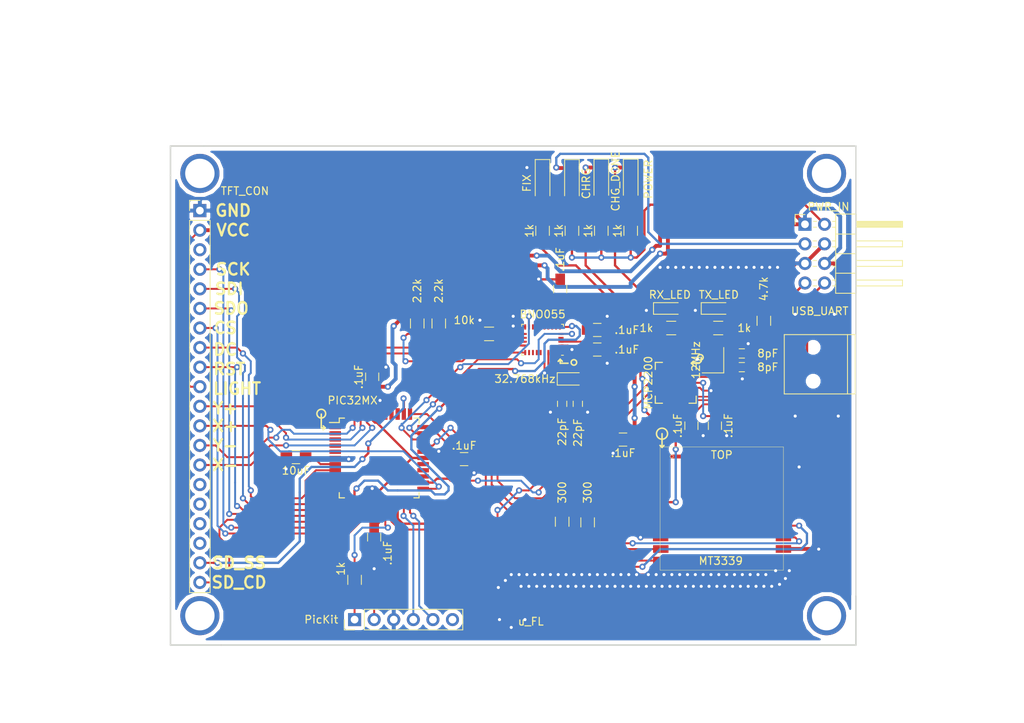
<source format=kicad_pcb>
(kicad_pcb (version 20171130) (host pcbnew "(5.0.0)")
  (layers (0 F.Cu signal) (31 B.Cu signal) (34 B.Paste user) (35 F.Paste user) (36 B.SilkS user) (37 F.SilkS user) (38 B.Mask user) (39 F.Mask user) (44 Edge.Cuts user))
  (net 0 "")
  (net 1 GND)
  (net 2 "Net-(C1-Pad1)")
  (net 3 /PR_3V3_P)
  (net 4 "Net-(C8-Pad1)")
  (net 5 "Net-(C9-Pad2)")
  (net 6 "Net-(C10-Pad2)")
  (net 7 /CHRG_DN)
  (net 8 "Net-(D1-Pad2)")
  (net 9 "Net-(D2-Pad2)")
  (net 10 /PWR_CHRG)
  (net 11 /POWER)
  (net 12 "Net-(D3-Pad2)")
  (net 13 "Net-(D4-Pad2)")
  (net 14 /V_OUT_CHRG)
  (net 15 /SCL1)
  (net 16 /SDA1)
  (net 17 /MCLR)
  (net 18 /FIX)
  (net 19 /RX1)
  (net 20 "Net-(R8-Pad1)")
  (net 21 /TX1)
  (net 22 "Net-(R9-Pad1)")
  (net 23 "Net-(R10-Pad1)")
  (net 24 "Net-(R11-Pad1)")
  (net 25 "Net-(R12-Pad1)")
  (net 26 /TX2)
  (net 27 /PGC1)
  (net 28 /PGD1)
  (net 29 /RX2)
  (net 30 /TFT_SS)
  (net 31 /TFT_SCK)
  (net 32 /TFT_SDO)
  (net 33 /TFT_RESET)
  (net 34 /TFT_SDI)
  (net 35 /TFT_DC)
  (net 36 /ANT)
  (net 37 "Net-(U3-Pad3)")
  (net 38 /V_BACKUP)
  (net 39 "Net-(U3-Pad6)")
  (net 40 "Net-(U3-Pad7)")
  (net 41 /PPS)
  (net 42 /RTC)
  (net 43 "Net-(U3-Pad15)")
  (net 44 "Net-(U3-Pad16)")
  (net 45 "Net-(U3-Pad17)")
  (net 46 "Net-(U3-Pad18)")
  (net 47 "Net-(U3-Pad20)")
  (net 48 /BNO_INT)
  (net 49 "Net-(U4-Pad13)")
  (net 50 "Net-(U4-Pad12)")
  (net 51 "Net-(U4-Pad10)")
  (net 52 "Net-(U4-Pad8)")
  (net 53 "Net-(U4-Pad7)")
  (net 54 "Net-(U4-Pad21)")
  (net 55 "Net-(U4-Pad22)")
  (net 56 "Net-(U4-Pad23)")
  (net 57 "Net-(U4-Pad24)")
  (net 58 /PS1)
  (net 59 "Net-(U4-Pad4)")
  (net 60 "Net-(U4-Pad1)")
  (net 61 /PS0)
  (net 62 /SD_CD)
  (net 63 /SD_SS)
  (net 64 /IM0)
  (net 65 /IM1)
  (net 66 /IM2)
  (net 67 /IM3)
  (net 68 /X-)
  (net 69 /Y-)
  (net 70 /X+)
  (net 71 /Y+)
  (net 72 "Net-(J1-Pad3)")
  (net 73 "Net-(R3-Pad1)")
  (net 74 "Net-(J3-Pad6)")
  (net 75 /TFT_D5)
  (net 76 /TFT_D4)
  (net 77 /TFT_D3)
  (net 78 /TFT_D2)
  (net 79 /TFT_D1)
  (net 80 /TFT_D0)
  (net 81 /TFT_RST)
  (net 82 /TFT_D7)
  (net 83 /TFT_D6)
  (net 84 "Net-(D5-Pad2)")
  (net 85 /RX_LED)
  (net 86 /V_USB)
  (net 87 "Net-(R15-Pad2)")
  (net 88 "Net-(D6-Pad2)")
  (net 89 /TX_LED)
  (net 90 "Net-(C13-Pad1)")
  (net 91 "Net-(C14-Pad1)")
  (net 92 /USB_DATA+)
  (net 93 /USB_DATA-)
  (net 94 "Net-(U5-Pad13)")
  (net 95 "Net-(U5-Pad12)")
  (net 96 "Net-(U5-Pad11)")
  (net 97 "Net-(U5-Pad10)")
  (net 98 "Net-(U5-Pad8)")
  (net 99 "Net-(U5-Pad6)")
  (net 100 "Net-(U5-Pad5)")
  (net 101 "Net-(U5-Pad4)")
  (net 102 "Net-(J4-Pad4)")
  (module Crystals:Crystal_SMD_2520-4pin_2.5x2.0mm (layer F.Cu) (at 174.752 73.011 90)
    (fp_text reference 12MHz (at 0 -2.2 90) (layer F.SilkS))
    (fp_text value 12MHz)
    (pad 1 smd rect (at -0.875 0.7 90) (size 1.15 1) (layers F.Cu F.Paste F.Mask) (net 91 "Net-(C14-Pad1)"))
    (pad 2 smd rect (at 0.875 0.7 90) (size 1.15 1) (layers F.Cu F.Paste F.Mask) (net 1 GND))
    (pad 3 smd rect (at 0.875 -0.7 90) (size 1.15 1) (layers F.Cu F.Paste F.Mask) (net 90 "Net-(C13-Pad1)"))
    (pad 4 smd rect (at -0.875 -0.7 90) (size 1.15 1) (layers F.Cu F.Paste F.Mask) (net 1 GND))
  )
  (module Capacitors_SMD:C_0603_HandSoldering (layer F.Cu) (at 178.496 72.136)
    (fp_text reference 8pF (at 3.368 0) (layer F.SilkS))
    (fp_text value 8pF)
    (pad 1 smd rect (at -0.95 0) (size 1.2 0.75) (layers F.Cu F.Paste F.Mask) (net 90 "Net-(C13-Pad1)"))
    (pad 2 smd rect (at 0.95 0) (size 1.2 0.75) (layers F.Cu F.Paste F.Mask) (net 1 GND))
  )
  (module Capacitors_SMD:C_0603_HandSoldering (layer F.Cu) (at 178.496 73.914)
    (fp_text reference 8pF (at 3.368 0) (layer F.SilkS))
    (fp_text value 8pF)
    (pad 2 smd rect (at 0.95 0) (size 1.2 0.75) (layers F.Cu F.Paste F.Mask) (net 1 GND))
    (pad 1 smd rect (at -0.95 0) (size 1.2 0.75) (layers F.Cu F.Paste F.Mask) (net 91 "Net-(C14-Pad1)"))
  )
  (module Capacitors_SMD:C_0805_HandSoldering (layer F.Cu) (at 175.006 81.514 270)
    (fp_text reference .1uF (at 0 -1.75 270) (layer F.SilkS))
    (fp_text value .1uF)
    (pad 1 smd rect (at -1.25 0 270) (size 1.5 1.25) (layers F.Cu F.Paste F.Mask) (net 86 /V_USB))
    (pad 2 smd rect (at 1.25 0 270) (size 1.5 1.25) (layers F.Cu F.Paste F.Mask) (net 1 GND))
  )
  (module Capacitors_SMD:C_0805_HandSoldering (layer F.Cu) (at 171.958 81.514 270)
    (fp_text reference .1uF (at 0 1.778 270) (layer F.SilkS))
    (fp_text value .1uF)
    (pad 2 smd rect (at 1.25 0 270) (size 1.5 1.25) (layers F.Cu F.Paste F.Mask) (net 1 GND))
    (pad 1 smd rect (at -1.25 0 270) (size 1.5 1.25) (layers F.Cu F.Paste F.Mask) (net 86 /V_USB))
  )
  (module Connectors:USB_Mini-B (layer F.Cu) (at 187.954 73.538 180)
    (fp_text reference USB_UART (at -0.65 6.9 180) (layer F.SilkS))
    (fp_text value USB_UART)
    (pad "" np_thru_hole circle (at 0.2 2.2 180) (size 0.9 0.9) (drill 0.9) (layers *.Cu *.Mask))
    (pad "" np_thru_hole circle (at 0.2 -2.2 180) (size 0.9 0.9) (drill 0.9) (layers *.Cu *.Mask))
    (pad 6 smd rect (at -2.8 4.45 180) (size 2.5 2) (layers F.Cu F.Paste F.Mask) (net 1 GND))
    (pad 6 smd rect (at 2.7 4.45 180) (size 2.5 2) (layers F.Cu F.Paste F.Mask) (net 1 GND))
    (pad 6 smd rect (at -2.8 -4.45 180) (size 2.5 2) (layers F.Cu F.Paste F.Mask) (net 1 GND))
    (pad 6 smd rect (at 2.7 -4.45 180) (size 2.5 2) (layers F.Cu F.Paste F.Mask) (net 1 GND))
    (pad 5 smd rect (at 2.8 1.6 180) (size 2.3 0.5) (layers F.Cu F.Paste F.Mask) (net 1 GND))
    (pad 4 smd rect (at 2.8 0.8 180) (size 2.3 0.5) (layers F.Cu F.Paste F.Mask) (net 102 "Net-(J4-Pad4)"))
    (pad 3 smd rect (at 2.8 0 180) (size 2.3 0.5) (layers F.Cu F.Paste F.Mask) (net 92 /USB_DATA+))
    (pad 2 smd rect (at 2.8 -0.8 180) (size 2.3 0.5) (layers F.Cu F.Paste F.Mask) (net 93 /USB_DATA-))
    (pad 1 smd rect (at 2.8 -1.6 180) (size 2.3 0.5) (layers F.Cu F.Paste F.Mask) (net 86 /V_USB))
  )
  (module Housings_DFN_QFN:QFN-20-1EP_5x5mm_Pitch0.65mm (layer F.Cu) (at 169.926 75.946 270)
    (fp_text reference MCP2200 (at 0 3.556 90) (layer F.SilkS))
    (fp_text value MCP2200-I-MQ)
    (pad 21 smd rect (at -0.8375 -0.8375 270) (size 1.675 1.675) (layers F.Cu F.Paste F.Mask) (net 1 GND))
    (pad 21 smd rect (at -0.8375 0.8375 270) (size 1.675 1.675) (layers F.Cu F.Paste F.Mask) (net 1 GND))
    (pad 21 smd rect (at 0.8375 -0.8375 270) (size 1.675 1.675) (layers F.Cu F.Paste F.Mask) (net 1 GND))
    (pad 21 smd rect (at 0.8375 0.8375 270) (size 1.675 1.675) (layers F.Cu F.Paste F.Mask) (net 1 GND))
    (pad 20 smd rect (at -1.3 -2.25) (size 0.55 0.4) (layers F.Cu F.Paste F.Mask) (net 90 "Net-(C13-Pad1)"))
    (pad 19 smd rect (at -0.65 -2.25) (size 0.55 0.4) (layers F.Cu F.Paste F.Mask) (net 91 "Net-(C14-Pad1)"))
    (pad 18 smd rect (at 0 -2.25) (size 0.55 0.4) (layers F.Cu F.Paste F.Mask) (net 86 /V_USB))
    (pad 17 smd rect (at 0.65 -2.25) (size 0.55 0.4) (layers F.Cu F.Paste F.Mask) (net 1 GND))
    (pad 16 smd rect (at 1.3 -2.25) (size 0.55 0.4) (layers F.Cu F.Paste F.Mask) (net 92 /USB_DATA+))
    (pad 15 smd rect (at 2.25 -1.3 270) (size 0.55 0.4) (layers F.Cu F.Paste F.Mask) (net 93 /USB_DATA-))
    (pad 14 smd rect (at 2.25 -0.65 270) (size 0.55 0.4) (layers F.Cu F.Paste F.Mask) (net 86 /V_USB))
    (pad 13 smd rect (at 2.25 0 270) (size 0.55 0.4) (layers F.Cu F.Paste F.Mask) (net 94 "Net-(U5-Pad13)"))
    (pad 12 smd rect (at 2.25 0.65 270) (size 0.55 0.4) (layers F.Cu F.Paste F.Mask) (net 95 "Net-(U5-Pad12)"))
    (pad 11 smd rect (at 2.25 1.3 270) (size 0.55 0.4) (layers F.Cu F.Paste F.Mask) (net 96 "Net-(U5-Pad11)"))
    (pad 10 smd rect (at 1.3 2.25) (size 0.55 0.4) (layers F.Cu F.Paste F.Mask) (net 97 "Net-(U5-Pad10)"))
    (pad 9 smd rect (at 0.65 2.25) (size 0.55 0.4) (layers F.Cu F.Paste F.Mask) (net 26 /TX2))
    (pad 8 smd rect (at 0 2.25) (size 0.55 0.4) (layers F.Cu F.Paste F.Mask) (net 98 "Net-(U5-Pad8)"))
    (pad 7 smd rect (at -0.65 2.25) (size 0.55 0.4) (layers F.Cu F.Paste F.Mask) (net 29 /RX2))
    (pad 6 smd rect (at -1.3 2.25) (size 0.55 0.4) (layers F.Cu F.Paste F.Mask) (net 99 "Net-(U5-Pad6)"))
    (pad 5 smd rect (at -2.25 1.3 270) (size 0.55 0.4) (layers F.Cu F.Paste F.Mask) (net 100 "Net-(U5-Pad5)"))
    (pad 4 smd rect (at -2.25 0.65 270) (size 0.55 0.4) (layers F.Cu F.Paste F.Mask) (net 101 "Net-(U5-Pad4)"))
    (pad 3 smd rect (at -2.25 0 270) (size 0.55 0.4) (layers F.Cu F.Paste F.Mask) (net 85 /RX_LED))
    (pad 2 smd rect (at -2.25 -0.65 270) (size 0.55 0.4) (layers F.Cu F.Paste F.Mask) (net 89 /TX_LED))
    (pad 1 smd rect (at -2.25 -1.3 270) (size 0.55 0.4) (layers F.Cu F.Paste F.Mask) (net 87 "Net-(R15-Pad2)"))
  )
  (module LEDs:LED_0805_HandSoldering (layer F.Cu) (at 169.244 66.294)
    (fp_text reference RX_LED (at -0.08 -1.778) (layer F.SilkS))
    (fp_text value RX_LED)
    (pad 1 smd rect (at -1.35 0) (size 1.5 1.3) (layers F.Cu F.Paste F.Mask) (net 1 GND))
    (pad 2 smd rect (at 1.35 0) (size 1.5 1.3) (layers F.Cu F.Paste F.Mask) (net 84 "Net-(D5-Pad2)"))
  )
  (module LEDs:LED_0805_HandSoldering (layer F.Cu) (at 175.434 66.294)
    (fp_text reference TX_LED (at 0.08 -1.778) (layer F.SilkS))
    (fp_text value TX_LED)
    (pad 2 smd rect (at 1.35 0) (size 1.5 1.3) (layers F.Cu F.Paste F.Mask) (net 88 "Net-(D6-Pad2)"))
    (pad 1 smd rect (at -1.35 0) (size 1.5 1.3) (layers F.Cu F.Paste F.Mask) (net 1 GND))
  )
  (module Resistors_SMD:R_0805_HandSoldering (layer F.Cu) (at 175.434 68.834)
    (fp_text reference 1k (at 3.382 0 180) (layer F.SilkS))
    (fp_text value 1k)
    (pad 2 smd rect (at 1.35 0) (size 1.5 1.3) (layers F.Cu F.Paste F.Mask) (net 88 "Net-(D6-Pad2)"))
    (pad 1 smd rect (at -1.35 0) (size 1.5 1.3) (layers F.Cu F.Paste F.Mask) (net 89 /TX_LED))
  )
  (module Resistors_SMD:R_0805_HandSoldering (layer F.Cu) (at 181.356 67.898 90)
    (fp_text reference 4.7k (at 4.144 0 90) (layer F.SilkS))
    (fp_text value 4.7k)
    (pad 1 smd rect (at -1.35 0 90) (size 1.5 1.3) (layers F.Cu F.Paste F.Mask) (net 86 /V_USB))
    (pad 2 smd rect (at 1.35 0 90) (size 1.5 1.3) (layers F.Cu F.Paste F.Mask) (net 87 "Net-(R15-Pad2)"))
  )
  (module Resistors_SMD:R_0805_HandSoldering (layer F.Cu) (at 169.338 68.834)
    (fp_text reference 1k (at -3.222 0) (layer F.SilkS))
    (fp_text value 1k)
    (pad 2 smd rect (at 1.35 0) (size 1.5 1.3) (layers F.Cu F.Paste F.Mask) (net 84 "Net-(D5-Pad2)"))
    (pad 1 smd rect (at -1.35 0) (size 1.5 1.3) (layers F.Cu F.Paste F.Mask) (net 85 /RX_LED))
  )
  (module Housings_QFP:TQFP-44_10x10mm_Pitch0.8mm (layer F.Cu) (at 131.46 85.7)
    (fp_text reference PIC32MX (at -3.444 -7.468) (layer F.SilkS))
    (fp_text value PIC32MX170F256D-IPT)
    (pad 44 smd rect (at -4 -5.7 90) (size 1.5 0.55) (layers F.Cu F.Paste F.Mask) (net 15 /SCL1))
    (pad 43 smd rect (at -3.2 -5.7 90) (size 1.5 0.55) (layers F.Cu F.Paste F.Mask) (net 69 /Y-))
    (pad 42 smd rect (at -2.4 -5.7 90) (size 1.5 0.55) (layers F.Cu F.Paste F.Mask) (net 71 /Y+))
    (pad 41 smd rect (at -1.6 -5.7 90) (size 1.5 0.55) (layers F.Cu F.Paste F.Mask) (net 68 /X-))
    (pad 40 smd rect (at -0.8 -5.7 90) (size 1.5 0.55) (layers F.Cu F.Paste F.Mask) (net 3 /PR_3V3_P))
    (pad 39 smd rect (at 0 -5.7 90) (size 1.5 0.55) (layers F.Cu F.Paste F.Mask) (net 1 GND))
    (pad 38 smd rect (at 0.8 -5.7 90) (size 1.5 0.55) (layers F.Cu F.Paste F.Mask) (net 75 /TFT_D5))
    (pad 37 smd rect (at 1.6 -5.7 90) (size 1.5 0.55) (layers F.Cu F.Paste F.Mask) (net 76 /TFT_D4))
    (pad 36 smd rect (at 2.4 -5.7 90) (size 1.5 0.55) (layers F.Cu F.Paste F.Mask) (net 77 /TFT_D3))
    (pad 35 smd rect (at 3.2 -5.7 90) (size 1.5 0.55) (layers F.Cu F.Paste F.Mask) (net 63 /SD_SS))
    (pad 34 smd rect (at 4 -5.7 90) (size 1.5 0.55) (layers F.Cu F.Paste F.Mask) (net 19 /RX1))
    (pad 33 smd rect (at 5.7 -4) (size 1.5 0.55) (layers F.Cu F.Paste F.Mask) (net 21 /TX1))
    (pad 32 smd rect (at 5.7 -3.2) (size 1.5 0.55) (layers F.Cu F.Paste F.Mask) (net 58 /PS1))
    (pad 31 smd rect (at 5.7 -2.4) (size 1.5 0.55) (layers F.Cu F.Paste F.Mask) (net 48 /BNO_INT))
    (pad 30 smd rect (at 5.7 -1.6) (size 1.5 0.55) (layers F.Cu F.Paste F.Mask) (net 41 /PPS))
    (pad 29 smd rect (at 5.7 -0.8) (size 1.5 0.55) (layers F.Cu F.Paste F.Mask) (net 1 GND))
    (pad 28 smd rect (at 5.7 0) (size 1.5 0.55) (layers F.Cu F.Paste F.Mask) (net 3 /PR_3V3_P))
    (pad 27 smd rect (at 5.7 0.8) (size 1.5 0.55) (layers F.Cu F.Paste F.Mask) (net 78 /TFT_D2))
    (pad 26 smd rect (at 5.7 1.6) (size 1.5 0.55) (layers F.Cu F.Paste F.Mask) (net 79 /TFT_D1))
    (pad 25 smd rect (at 5.7 2.4) (size 1.5 0.55) (layers F.Cu F.Paste F.Mask) (net 80 /TFT_D0))
    (pad 24 smd rect (at 5.7 3.2) (size 1.5 0.55) (layers F.Cu F.Paste F.Mask) (net 26 /TX2))
    (pad 23 smd rect (at 5.7 4) (size 1.5 0.55) (layers F.Cu F.Paste F.Mask) (net 70 /X+))
    (pad 22 smd rect (at 4 5.7 90) (size 1.5 0.55) (layers F.Cu F.Paste F.Mask) (net 27 /PGC1))
    (pad 21 smd rect (at 3.2 5.7 90) (size 1.5 0.55) (layers F.Cu F.Paste F.Mask) (net 28 /PGD1))
    (pad 20 smd rect (at 2.4 5.7 90) (size 1.5 0.55) (layers F.Cu F.Paste F.Mask) (net 29 /RX2))
    (pad 19 smd rect (at 1.6 5.7 90) (size 1.5 0.55) (layers F.Cu F.Paste F.Mask) (net 42 /RTC))
    (pad 18 smd rect (at 0.8 5.7 90) (size 1.5 0.55) (layers F.Cu F.Paste F.Mask) (net 73 "Net-(R3-Pad1)"))
    (pad 17 smd rect (at 0 5.7 90) (size 1.5 0.55) (layers F.Cu F.Paste F.Mask) (net 3 /PR_3V3_P))
    (pad 16 smd rect (at -0.8 5.7 90) (size 1.5 0.55) (layers F.Cu F.Paste F.Mask) (net 1 GND))
    (pad 15 smd rect (at -1.6 5.7 90) (size 1.5 0.55) (layers F.Cu F.Paste F.Mask) (net 30 /TFT_SS))
    (pad 14 smd rect (at -2.4 5.7 90) (size 1.5 0.55) (layers F.Cu F.Paste F.Mask) (net 31 /TFT_SCK))
    (pad 13 smd rect (at -3.2 5.7 90) (size 1.5 0.55) (layers F.Cu F.Paste F.Mask) (net 61 /PS0))
    (pad 12 smd rect (at -4 5.7 90) (size 1.5 0.55) (layers F.Cu F.Paste F.Mask) (net 62 /SD_CD))
    (pad 11 smd rect (at -5.7 4) (size 1.5 0.55) (layers F.Cu F.Paste F.Mask) (net 32 /TFT_SDO))
    (pad 10 smd rect (at -5.7 3.2) (size 1.5 0.55) (layers F.Cu F.Paste F.Mask) (net 33 /TFT_RESET))
    (pad 9 smd rect (at -5.7 2.4) (size 1.5 0.55) (layers F.Cu F.Paste F.Mask) (net 34 /TFT_SDI))
    (pad 8 smd rect (at -5.7 1.6) (size 1.5 0.55) (layers F.Cu F.Paste F.Mask) (net 35 /TFT_DC))
    (pad 7 smd rect (at -5.7 0.8) (size 1.5 0.55) (layers F.Cu F.Paste F.Mask) (net 2 "Net-(C1-Pad1)"))
    (pad 6 smd rect (at -5.7 0) (size 1.5 0.55) (layers F.Cu F.Paste F.Mask) (net 1 GND))
    (pad 5 smd rect (at -5.7 -0.8) (size 1.5 0.55) (layers F.Cu F.Paste F.Mask) (net 81 /TFT_RST))
    (pad 4 smd rect (at -5.7 -1.6) (size 1.5 0.55) (layers F.Cu F.Paste F.Mask) (net 35 /TFT_DC))
    (pad 3 smd rect (at -5.7 -2.4) (size 1.5 0.55) (layers F.Cu F.Paste F.Mask) (net 82 /TFT_D7))
    (pad 2 smd rect (at -5.7 -3.2) (size 1.5 0.55) (layers F.Cu F.Paste F.Mask) (net 83 /TFT_D6))
    (pad 1 smd rect (at -5.7 -4) (size 1.5 0.55) (layers F.Cu F.Paste F.Mask) (net 16 /SDA1))
  )
  (module Pin_Headers:Pin_Header_Straight_1x06_Pitch2.54mm (layer F.Cu) (at 128.27 106.68 90)
    (fp_text reference PicKit (at 0 -4.318 180) (layer F.SilkS))
    (fp_text value Conn_01x06)
    (pad 6 thru_hole oval (at 0 12.7 90) (size 1.7 1.7) (drill 1) (layers *.Cu *.Mask) (net 74 "Net-(J3-Pad6)"))
    (pad 5 thru_hole oval (at 0 10.16 90) (size 1.7 1.7) (drill 1) (layers *.Cu *.Mask) (net 27 /PGC1))
    (pad 4 thru_hole oval (at 0 7.62 90) (size 1.7 1.7) (drill 1) (layers *.Cu *.Mask) (net 28 /PGD1))
    (pad 3 thru_hole oval (at 0 5.08 90) (size 1.7 1.7) (drill 1) (layers *.Cu *.Mask) (net 1 GND))
    (pad 2 thru_hole oval (at 0 2.54 90) (size 1.7 1.7) (drill 1) (layers *.Cu *.Mask) (net 3 /PR_3V3_P))
    (pad 1 thru_hole rect (at 0 0 90) (size 1.7 1.7) (drill 1) (layers *.Cu *.Mask) (net 17 /MCLR))
  )
  (module Pin_Headers:Pin_Header_Straight_1x20_Pitch2.54mm (layer F.Cu) (at 108.204 53.594)
    (fp_text reference TFT_CON (at 5.842 -2.54) (layer F.SilkS))
    (fp_text value TFT_HEADER)
    (pad 20 thru_hole oval (at 0 48.26) (size 1.7 1.7) (drill 1) (layers *.Cu *.Mask) (net 62 /SD_CD))
    (pad 19 thru_hole oval (at 0 45.72) (size 1.7 1.7) (drill 1) (layers *.Cu *.Mask) (net 63 /SD_SS))
    (pad 18 thru_hole oval (at 0 43.18) (size 1.7 1.7) (drill 1) (layers *.Cu *.Mask) (net 64 /IM0))
    (pad 17 thru_hole oval (at 0 40.64) (size 1.7 1.7) (drill 1) (layers *.Cu *.Mask) (net 65 /IM1))
    (pad 16 thru_hole oval (at 0 38.1) (size 1.7 1.7) (drill 1) (layers *.Cu *.Mask) (net 66 /IM2))
    (pad 15 thru_hole oval (at 0 35.56) (size 1.7 1.7) (drill 1) (layers *.Cu *.Mask) (net 67 /IM3))
    (pad 14 thru_hole oval (at 0 33.02) (size 1.7 1.7) (drill 1) (layers *.Cu *.Mask) (net 68 /X-))
    (pad 13 thru_hole oval (at 0 30.48) (size 1.7 1.7) (drill 1) (layers *.Cu *.Mask) (net 69 /Y-))
    (pad 12 thru_hole oval (at 0 27.94) (size 1.7 1.7) (drill 1) (layers *.Cu *.Mask) (net 70 /X+))
    (pad 11 thru_hole oval (at 0 25.4) (size 1.7 1.7) (drill 1) (layers *.Cu *.Mask) (net 71 /Y+))
    (pad 10 thru_hole oval (at 0 22.86) (size 1.7 1.7) (drill 1) (layers *.Cu *.Mask) (net 3 /PR_3V3_P))
    (pad 9 thru_hole oval (at 0 20.32) (size 1.7 1.7) (drill 1) (layers *.Cu *.Mask) (net 33 /TFT_RESET))
    (pad 8 thru_hole oval (at 0 17.78) (size 1.7 1.7) (drill 1) (layers *.Cu *.Mask) (net 35 /TFT_DC))
    (pad 7 thru_hole oval (at 0 15.24) (size 1.7 1.7) (drill 1) (layers *.Cu *.Mask) (net 30 /TFT_SS))
    (pad 6 thru_hole oval (at 0 12.7) (size 1.7 1.7) (drill 1) (layers *.Cu *.Mask) (net 32 /TFT_SDO))
    (pad 5 thru_hole oval (at 0 10.16) (size 1.7 1.7) (drill 1) (layers *.Cu *.Mask) (net 34 /TFT_SDI))
    (pad 4 thru_hole oval (at 0 7.62) (size 1.7 1.7) (drill 1) (layers *.Cu *.Mask) (net 31 /TFT_SCK))
    (pad 3 thru_hole oval (at 0 5.08) (size 1.7 1.7) (drill 1) (layers *.Cu *.Mask) (net 72 "Net-(J1-Pad3)"))
    (pad 2 thru_hole oval (at 0 2.54) (size 1.7 1.7) (drill 1) (layers *.Cu *.Mask) (net 3 /PR_3V3_P))
    (pad 1 thru_hole rect (at 0 0) (size 1.7 1.7) (drill 1) (layers *.Cu *.Mask) (net 1 GND))
  )
  (module Capacitors_SMD:C_0805_HandSoldering (layer F.Cu) (at 120.67 85.598 180)
    (fp_text reference 10uF (at 0 -1.75 180) (layer F.SilkS))
    (fp_text value 10uF)
    (pad 2 smd rect (at 1.25 0 180) (size 1.5 1.25) (layers F.Cu F.Paste F.Mask) (net 1 GND))
    (pad 1 smd rect (at -1.25 0 180) (size 1.5 1.25) (layers F.Cu F.Paste F.Mask) (net 2 "Net-(C1-Pad1)"))
  )
  (module Capacitors_SMD:C_0805_HandSoldering (layer F.Cu) (at 130.556 75.164 90)
    (fp_text reference .1uF (at 0 -1.75 90) (layer F.SilkS))
    (fp_text value .1uF)
    (pad 1 smd rect (at -1.25 0 90) (size 1.5 1.25) (layers F.Cu F.Paste F.Mask) (net 3 /PR_3V3_P))
    (pad 2 smd rect (at 1.25 0 90) (size 1.5 1.25) (layers F.Cu F.Paste F.Mask) (net 1 GND))
  )
  (module Capacitors_SMD:C_0805_HandSoldering (layer F.Cu) (at 159.746 71.628)
    (fp_text reference .1uF (at 3.83 0) (layer F.SilkS))
    (fp_text value .1uF)
    (pad 2 smd rect (at 1.25 0) (size 1.5 1.25) (layers F.Cu F.Paste F.Mask) (net 1 GND))
    (pad 1 smd rect (at -1.25 0) (size 1.5 1.25) (layers F.Cu F.Paste F.Mask) (net 3 /PR_3V3_P))
  )
  (module Capacitors_SMD:C_0805_HandSoldering (layer F.Cu) (at 130.81 95.992 270)
    (fp_text reference .1uF (at 2.052 -1.75 270) (layer F.SilkS))
    (fp_text value .1uF)
    (pad 1 smd rect (at -1.25 0 270) (size 1.5 1.25) (layers F.Cu F.Paste F.Mask) (net 3 /PR_3V3_P))
    (pad 2 smd rect (at 1.25 0 270) (size 1.5 1.25) (layers F.Cu F.Paste F.Mask) (net 1 GND))
  )
  (module Capacitors_SMD:C_0805_HandSoldering (layer F.Cu) (at 159.746 69.088)
    (fp_text reference .1uF (at 3.83 0) (layer F.SilkS))
    (fp_text value .1uF)
    (pad 1 smd rect (at -1.25 0) (size 1.5 1.25) (layers F.Cu F.Paste F.Mask) (net 3 /PR_3V3_P))
    (pad 2 smd rect (at 1.25 0) (size 1.5 1.25) (layers F.Cu F.Paste F.Mask) (net 1 GND))
  )
  (module Capacitors_SMD:C_0805_HandSoldering (layer F.Cu) (at 163.088 83.312 180)
    (fp_text reference .1uF (at 0 -1.75 180) (layer F.SilkS))
    (fp_text value .1uF)
    (pad 2 smd rect (at 1.25 0 180) (size 1.5 1.25) (layers F.Cu F.Paste F.Mask) (net 1 GND))
    (pad 1 smd rect (at -1.25 0 180) (size 1.5 1.25) (layers F.Cu F.Paste F.Mask) (net 3 /PR_3V3_P))
  )
  (module Capacitors_SMD:C_0805_HandSoldering (layer F.Cu) (at 142.474 85.852)
    (fp_text reference .1uF (at 0 -1.75) (layer F.SilkS))
    (fp_text value .1uF)
    (pad 2 smd rect (at 1.25 0) (size 1.5 1.25) (layers F.Cu F.Paste F.Mask) (net 1 GND))
    (pad 1 smd rect (at -1.25 0) (size 1.5 1.25) (layers F.Cu F.Paste F.Mask) (net 3 /PR_3V3_P))
  )
  (module Capacitors_SMD:C_0805_HandSoldering (layer F.Cu) (at 154.94 63.774 90)
    (fp_text reference .1uF (at 3.83 0 90) (layer F.SilkS))
    (fp_text value .1uF)
    (pad 1 smd rect (at -1.25 0 90) (size 1.5 1.25) (layers F.Cu F.Paste F.Mask) (net 4 "Net-(C8-Pad1)"))
    (pad 2 smd rect (at 1.25 0 90) (size 1.5 1.25) (layers F.Cu F.Paste F.Mask) (net 1 GND))
  )
  (module Capacitors_SMD:C_0603_HandSoldering (layer F.Cu) (at 155.194 78.674 90)
    (fp_text reference 22pF (at -3.622 0 90) (layer F.SilkS))
    (fp_text value 22pF)
    (pad 1 smd rect (at -0.95 0 90) (size 1.2 0.75) (layers F.Cu F.Paste F.Mask) (net 1 GND))
    (pad 2 smd rect (at 0.95 0 90) (size 1.2 0.75) (layers F.Cu F.Paste F.Mask) (net 5 "Net-(C9-Pad2)"))
  )
  (module Capacitors_SMD:C_0603_HandSoldering (layer F.Cu) (at 157.226 78.674 90)
    (fp_text reference 22pF (at -3.749 0 90) (layer F.SilkS))
    (fp_text value 22pF)
    (pad 2 smd rect (at 0.95 0 90) (size 1.2 0.75) (layers F.Cu F.Paste F.Mask) (net 6 "Net-(C10-Pad2)"))
    (pad 1 smd rect (at -0.95 0 90) (size 1.2 0.75) (layers F.Cu F.Paste F.Mask) (net 1 GND))
  )
  (module LEDs:LED_1206_HandSoldering (layer F.Cu) (at 160.274 50.006 270)
    (fp_text reference CHG_DONE (at -0.222 -1.85 270) (layer F.SilkS))
    (fp_text value CHRG_DN)
    (pad 1 smd rect (at -2 0 270) (size 2 1.7) (layers F.Cu F.Paste F.Mask) (net 7 /CHRG_DN))
    (pad 2 smd rect (at 2 0 270) (size 2 1.7) (layers F.Cu F.Paste F.Mask) (net 8 "Net-(D1-Pad2)"))
  )
  (module LEDs:LED_1206_HandSoldering (layer F.Cu) (at 156.464 50.07 270)
    (fp_text reference CHRG (at 0 -1.85 270) (layer F.SilkS))
    (fp_text value PWR_CHRG)
    (pad 2 smd rect (at 2 0 270) (size 2 1.7) (layers F.Cu F.Paste F.Mask) (net 9 "Net-(D2-Pad2)"))
    (pad 1 smd rect (at -2 0 270) (size 2 1.7) (layers F.Cu F.Paste F.Mask) (net 10 /PWR_CHRG))
  )
  (module LEDs:LED_1206_HandSoldering (layer F.Cu) (at 164.084 50.006 270)
    (fp_text reference POWER (at -0.476 -2.286 270) (layer F.SilkS))
    (fp_text value POWER)
    (pad 1 smd rect (at -2 0 270) (size 2 1.7) (layers F.Cu F.Paste F.Mask) (net 11 /POWER))
    (pad 2 smd rect (at 2 0 270) (size 2 1.7) (layers F.Cu F.Paste F.Mask) (net 12 "Net-(D3-Pad2)"))
  )
  (module LEDs:LED_1206_HandSoldering (layer F.Cu) (at 152.654 50.07 270)
    (fp_text reference FIX (at -0.032 2.032 270) (layer F.SilkS))
    (fp_text value FIX)
    (pad 2 smd rect (at 2 0 270) (size 2 1.7) (layers F.Cu F.Paste F.Mask) (net 13 "Net-(D4-Pad2)"))
    (pad 1 smd rect (at -2 0 270) (size 2 1.7) (layers F.Cu F.Paste F.Mask) (net 1 GND))
  )
  (module Pin_Headers:Pin_Header_Angled_2x04_Pitch2.54mm (layer F.Cu) (at 186.69 55.372)
    (fp_text reference PWR_IN (at 3.048 -2.286) (layer F.SilkS))
    (fp_text value FROM_PWR_BRD)
    (pad 8 thru_hole oval (at 2.54 7.62) (size 1.7 1.7) (drill 1) (layers *.Cu *.Mask) (net 7 /CHRG_DN))
    (pad 7 thru_hole oval (at 0 7.62) (size 1.7 1.7) (drill 1) (layers *.Cu *.Mask) (net 11 /POWER))
    (pad 6 thru_hole oval (at 2.54 5.08) (size 1.7 1.7) (drill 1) (layers *.Cu *.Mask) (net 3 /PR_3V3_P))
    (pad 5 thru_hole oval (at 0 5.08) (size 1.7 1.7) (drill 1) (layers *.Cu *.Mask) (net 1 GND))
    (pad 4 thru_hole oval (at 2.54 2.54) (size 1.7 1.7) (drill 1) (layers *.Cu *.Mask) (net 1 GND))
    (pad 3 thru_hole oval (at 0 2.54) (size 1.7 1.7) (drill 1) (layers *.Cu *.Mask) (net 10 /PWR_CHRG))
    (pad 2 thru_hole oval (at 2.54 0) (size 1.7 1.7) (drill 1) (layers *.Cu *.Mask) (net 14 /V_OUT_CHRG))
    (pad 1 thru_hole rect (at 0 0) (size 1.7 1.7) (drill 1) (layers *.Cu *.Mask) (net 3 /PR_3V3_P))
  )
  (module Resistors_SMD:R_0805_HandSoldering (layer F.Cu) (at 139.192 68.246 270)
    (fp_text reference 2.2k (at -4.238 0 270) (layer F.SilkS))
    (fp_text value 2.2k)
    (pad 2 smd rect (at 1.35 0 270) (size 1.5 1.3) (layers F.Cu F.Paste F.Mask) (net 15 /SCL1))
    (pad 1 smd rect (at -1.35 0 270) (size 1.5 1.3) (layers F.Cu F.Paste F.Mask) (net 3 /PR_3V3_P))
  )
  (module Resistors_SMD:R_0805_HandSoldering (layer F.Cu) (at 136.398 68.246 270)
    (fp_text reference 2.2k (at -4.238 0 270) (layer F.SilkS))
    (fp_text value 2.2k)
    (pad 1 smd rect (at -1.35 0 270) (size 1.5 1.3) (layers F.Cu F.Paste F.Mask) (net 3 /PR_3V3_P))
    (pad 2 smd rect (at 1.35 0 270) (size 1.5 1.3) (layers F.Cu F.Paste F.Mask) (net 16 /SDA1))
  )
  (module Resistors_SMD:R_0805_HandSoldering (layer F.Cu) (at 128.27 101.52 270)
    (fp_text reference 1k (at -1.444 1.778 270) (layer F.SilkS))
    (fp_text value 1k)
    (pad 2 smd rect (at 1.35 0 270) (size 1.5 1.3) (layers F.Cu F.Paste F.Mask) (net 17 /MCLR))
    (pad 1 smd rect (at -1.35 0 270) (size 1.5 1.3) (layers F.Cu F.Paste F.Mask) (net 73 "Net-(R3-Pad1)"))
  )
  (module Resistors_SMD:R_0805_HandSoldering (layer F.Cu) (at 160.274 56.214 90)
    (fp_text reference 1k (at 0 -1.7 90) (layer F.SilkS))
    (fp_text value 1k)
    (pad 1 smd rect (at -1.35 0 90) (size 1.5 1.3) (layers F.Cu F.Paste F.Mask) (net 14 /V_OUT_CHRG))
    (pad 2 smd rect (at 1.35 0 90) (size 1.5 1.3) (layers F.Cu F.Paste F.Mask) (net 8 "Net-(D1-Pad2)"))
  )
  (module Resistors_SMD:R_0805_HandSoldering (layer F.Cu) (at 156.464 56.214 90)
    (fp_text reference 1k (at 0 -1.7 90) (layer F.SilkS))
    (fp_text value 1k)
    (pad 2 smd rect (at 1.35 0 90) (size 1.5 1.3) (layers F.Cu F.Paste F.Mask) (net 9 "Net-(D2-Pad2)"))
    (pad 1 smd rect (at -1.35 0 90) (size 1.5 1.3) (layers F.Cu F.Paste F.Mask) (net 14 /V_OUT_CHRG))
  )
  (module Resistors_SMD:R_0805_HandSoldering (layer F.Cu) (at 164.084 56.214 90)
    (fp_text reference 1k (at 0 -1.7 90) (layer F.SilkS))
    (fp_text value 1k)
    (pad 1 smd rect (at -1.35 0 90) (size 1.5 1.3) (layers F.Cu F.Paste F.Mask) (net 14 /V_OUT_CHRG))
    (pad 2 smd rect (at 1.35 0 90) (size 1.5 1.3) (layers F.Cu F.Paste F.Mask) (net 12 "Net-(D3-Pad2)"))
  )
  (module Resistors_SMD:R_0805_HandSoldering (layer F.Cu) (at 152.654 56.214 90)
    (fp_text reference 1k (at 0 -1.7 90) (layer F.SilkS))
    (fp_text value 1k)
    (pad 2 smd rect (at 1.35 0 90) (size 1.5 1.3) (layers F.Cu F.Paste F.Mask) (net 13 "Net-(D4-Pad2)"))
    (pad 1 smd rect (at -1.35 0 90) (size 1.5 1.3) (layers F.Cu F.Paste F.Mask) (net 18 /FIX))
  )
  (module Resistors_SMD:R_0805_HandSoldering (layer F.Cu) (at 158.496 94.06 90)
    (fp_text reference 300 (at 3.89 0 90) (layer F.SilkS))
    (fp_text value 300)
    (pad 2 smd rect (at 1.35 0 90) (size 1.5 1.3) (layers F.Cu F.Paste F.Mask) (net 19 /RX1))
    (pad 1 smd rect (at -1.35 0 90) (size 1.5 1.3) (layers F.Cu F.Paste F.Mask) (net 20 "Net-(R8-Pad1)"))
  )
  (module Resistors_SMD:R_0805_HandSoldering (layer F.Cu) (at 155.194 93.98 90)
    (fp_text reference 300 (at 3.81 0 90) (layer F.SilkS))
    (fp_text value 300)
    (pad 2 smd rect (at 1.35 0 90) (size 1.5 1.3) (layers F.Cu F.Paste F.Mask) (net 21 /TX1))
    (pad 1 smd rect (at -1.35 0 90) (size 1.5 1.3) (layers F.Cu F.Paste F.Mask) (net 22 "Net-(R9-Pad1)"))
  )
  (module Resistors_SMD:R_0805_HandSoldering (layer F.Cu) (at 145.716 69.596 180)
    (fp_text reference 10k (at 3.222 1.778 180) (layer F.SilkS))
    (fp_text value 10k)
    (pad 1 smd rect (at -1.35 0 180) (size 1.5 1.3) (layers F.Cu F.Paste F.Mask) (net 23 "Net-(R10-Pad1)"))
    (pad 2 smd rect (at 1.35 0 180) (size 1.5 1.3) (layers F.Cu F.Paste F.Mask) (net 1 GND))
  )
  (module custom:u_FL (layer F.Cu) (at 148.514 104.648)
    (fp_text reference u_FL (at 2.616 2.286) (layer F.SilkS))
    (fp_text value u_FL)
    (pad 1 smd rect (at 0 -1.6) (size 1 1.2) (layers F.Cu F.Paste F.Mask) (net 36 /ANT))
    (pad 2 smd rect (at 1.6 0) (size 1.3 2.2) (layers F.Cu F.Paste F.Mask) (net 1 GND))
    (pad 3 smd rect (at -1.6 0) (size 1.3 2.2) (layers F.Cu F.Paste F.Mask) (net 1 GND))
    (pad 4 smd rect (at 0 1.6) (size 1 1.2) (layers F.Cu F.Paste F.Mask) (net 1 GND))
  )
  (module custom:MTK3339 (layer F.Cu) (at 175.896 99.262)
    (fp_text reference MT3339 (at -0.128 -0.202) (layer F.SilkS))
    (fp_text value MTK3339)
    (fp_text user TOP (at 0 -13.96) (layer F.SilkS))
    (pad 1 smd rect (at -8 -13.75) (size 2 1) (layers F.Cu F.Paste F.Mask) (net 3 /PR_3V3_P))
    (pad 2 smd rect (at -8 -12.25) (size 2 1) (layers F.Cu F.Paste F.Mask) (net 24 "Net-(R11-Pad1)"))
    (pad 3 smd rect (at -8 -10.75) (size 2 1) (layers F.Cu F.Paste F.Mask) (net 37 "Net-(U3-Pad3)"))
    (pad 4 smd rect (at -8 -9.25) (size 2 1) (layers F.Cu F.Paste F.Mask) (net 38 /V_BACKUP))
    (pad 5 smd rect (at -8 -7.75) (size 2 1) (layers F.Cu F.Paste F.Mask) (net 18 /FIX))
    (pad 6 smd rect (at -7.98 -6.25) (size 2 1) (layers F.Cu F.Paste F.Mask) (net 39 "Net-(U3-Pad6)"))
    (pad 7 smd rect (at -7.96 -4.75) (size 2 1) (layers F.Cu F.Paste F.Mask) (net 40 "Net-(U3-Pad7)"))
    (pad 8 smd rect (at -7.93 -3.25) (size 2 1) (layers F.Cu F.Paste F.Mask) (net 1 GND))
    (pad 9 smd rect (at -7.91 -1.74) (size 2 1) (layers F.Cu F.Paste F.Mask) (net 20 "Net-(R8-Pad1)"))
    (pad 10 smd rect (at -7.91 -0.24) (size 2 1) (layers F.Cu F.Paste F.Mask) (net 22 "Net-(R9-Pad1)"))
    (pad 11 smd rect (at 8 -0.25) (size 2 1) (layers F.Cu F.Paste F.Mask) (net 36 /ANT))
    (pad 12 smd rect (at 8 -1.75) (size 2 1) (layers F.Cu F.Paste F.Mask) (net 1 GND))
    (pad 13 smd rect (at 8 -3.25) (size 2 1) (layers F.Cu F.Paste F.Mask) (net 41 /PPS))
    (pad 14 smd rect (at 8 -4.75) (size 2 1) (layers F.Cu F.Paste F.Mask) (net 42 /RTC))
    (pad 15 smd rect (at 8 -6.25) (size 2 1) (layers F.Cu F.Paste F.Mask) (net 43 "Net-(U3-Pad15)"))
    (pad 16 smd rect (at 8 -7.75) (size 2 1) (layers F.Cu F.Paste F.Mask) (net 44 "Net-(U3-Pad16)"))
    (pad 17 smd rect (at 8 -9.25) (size 2 1) (layers F.Cu F.Paste F.Mask) (net 45 "Net-(U3-Pad17)"))
    (pad 18 smd rect (at 8 -10.75) (size 2 1) (layers F.Cu F.Paste F.Mask) (net 46 "Net-(U3-Pad18)"))
    (pad 19 smd rect (at 8 -12.25) (size 2 1) (layers F.Cu F.Paste F.Mask) (net 1 GND))
    (pad 20 smd rect (at 8 -13.75) (size 2 1) (layers F.Cu F.Paste F.Mask) (net 47 "Net-(U3-Pad20)"))
  )
  (module Housings_LGA:LGA-28_5.2x3.8mm_Pitch0.5mm (layer F.Cu) (at 152.654 70.358 180)
    (fp_text reference BNO055 (at 0 3.302 180) (layer F.SilkS))
    (fp_text value BNO055)
    (pad 16 smd rect (at 2.3875 0.75 270) (size 0.254 0.675) (layers F.Cu F.Paste F.Mask) (net 1 GND))
    (pad 17 smd rect (at 2.3875 0.25 270) (size 0.254 0.675) (layers F.Cu F.Paste F.Mask) (net 23 "Net-(R10-Pad1)"))
    (pad 18 smd rect (at 2.3875 -0.25 270) (size 0.254 0.675) (layers F.Cu F.Paste F.Mask) (net 1 GND))
    (pad 15 smd rect (at 2.25 1.6625 180) (size 0.254 0.675) (layers F.Cu F.Paste F.Mask) (net 1 GND))
    (pad 14 smd rect (at 1.75 1.6625 180) (size 0.254 0.675) (layers F.Cu F.Paste F.Mask) (net 48 /BNO_INT))
    (pad 13 smd rect (at 1.25 1.6625 180) (size 0.254 0.675) (layers F.Cu F.Paste F.Mask) (net 49 "Net-(U4-Pad13)"))
    (pad 12 smd rect (at 0.75 1.6625 180) (size 0.254 0.675) (layers F.Cu F.Paste F.Mask) (net 50 "Net-(U4-Pad12)"))
    (pad 11 smd rect (at 0.25 1.6625 180) (size 0.254 0.675) (layers F.Cu F.Paste F.Mask) (net 25 "Net-(R12-Pad1)"))
    (pad 10 smd rect (at -0.25 1.6625 180) (size 0.254 0.675) (layers F.Cu F.Paste F.Mask) (net 51 "Net-(U4-Pad10)"))
    (pad 9 smd rect (at -0.75 1.6625 180) (size 0.254 0.675) (layers F.Cu F.Paste F.Mask) (net 4 "Net-(C8-Pad1)"))
    (pad 8 smd rect (at -1.25 1.6625 180) (size 0.254 0.675) (layers F.Cu F.Paste F.Mask) (net 52 "Net-(U4-Pad8)"))
    (pad 7 smd rect (at -1.75 1.6625 180) (size 0.254 0.675) (layers F.Cu F.Paste F.Mask) (net 53 "Net-(U4-Pad7)"))
    (pad 20 smd rect (at 2.25 -1.6625 180) (size 0.254 0.675) (layers F.Cu F.Paste F.Mask) (net 16 /SDA1))
    (pad 21 smd rect (at 1.75 -1.6625 180) (size 0.254 0.675) (layers F.Cu F.Paste F.Mask) (net 54 "Net-(U4-Pad21)"))
    (pad 22 smd rect (at 1.25 -1.6625 180) (size 0.254 0.675) (layers F.Cu F.Paste F.Mask) (net 55 "Net-(U4-Pad22)"))
    (pad 23 smd rect (at 0.75 -1.6625 180) (size 0.254 0.675) (layers F.Cu F.Paste F.Mask) (net 56 "Net-(U4-Pad23)"))
    (pad 24 smd rect (at 0.25 -1.6625 180) (size 0.254 0.675) (layers F.Cu F.Paste F.Mask) (net 57 "Net-(U4-Pad24)"))
    (pad 25 smd rect (at -0.25 -1.6625 180) (size 0.254 0.675) (layers F.Cu F.Paste F.Mask) (net 1 GND))
    (pad 26 smd rect (at -0.75 -1.6625 180) (size 0.254 0.675) (layers F.Cu F.Paste F.Mask) (net 5 "Net-(C9-Pad2)"))
    (pad 27 smd rect (at -1.25 -1.6625 180) (size 0.254 0.675) (layers F.Cu F.Paste F.Mask) (net 6 "Net-(C10-Pad2)"))
    (pad 28 smd rect (at -1.75 -1.6625 180) (size 0.254 0.675) (layers F.Cu F.Paste F.Mask) (net 3 /PR_3V3_P))
    (pad 5 smd rect (at -2.3875 0.75 270) (size 0.254 0.675) (layers F.Cu F.Paste F.Mask) (net 58 /PS1))
    (pad 4 smd rect (at -2.3875 0.25 270) (size 0.254 0.675) (layers F.Cu F.Paste F.Mask) (net 59 "Net-(U4-Pad4)"))
    (pad 3 smd rect (at -2.3875 -0.25 270) (size 0.254 0.675) (layers F.Cu F.Paste F.Mask) (net 3 /PR_3V3_P))
    (pad 1 smd rect (at -2.25 -1.6625 180) (size 0.254 0.675) (layers F.Cu F.Paste F.Mask) (net 60 "Net-(U4-Pad1)"))
    (pad 2 smd rect (at -2.3875 -0.75 270) (size 0.254 0.675) (layers F.Cu F.Paste F.Mask) (net 1 GND))
    (pad 6 smd rect (at -2.25 1.6625 180) (size 0.254 0.675) (layers F.Cu F.Paste F.Mask) (net 61 /PS0))
    (pad 19 smd rect (at 2.3875 -0.75 270) (size 0.254 0.675) (layers F.Cu F.Paste F.Mask) (net 15 /SCL1))
  )
  (module Crystals:Crystal_SMD_2012-2pin_2.0x1.2mm_HandSoldering (layer F.Cu) (at 156.21 75.438)
    (fp_text reference 32.768kHz (at -5.842 0) (layer F.SilkS))
    (fp_text value 32.768kHz)
    (pad 2 smd rect (at 0.925 0) (size 1.05 1.1) (layers F.Cu F.Paste F.Mask) (net 6 "Net-(C10-Pad2)"))
    (pad 1 smd rect (at -0.925 0) (size 1.05 1.1) (layers F.Cu F.Paste F.Mask) (net 5 "Net-(C9-Pad2)"))
  )
  (gr_text SD_CD (at 113.284 101.854) (layer F.SilkS) (effects (font (size 1.5 1.5) (thickness 0.3))))
  (gr_text SD_SS (at 113.284 99.314) (layer F.SilkS) (effects (font (size 1.5 1.5) (thickness 0.3))))
  (gr_text X- (at 111.506 86.614) (layer F.SilkS) (effects (font (size 1.5 1.5) (thickness 0.3))))
  (gr_text "Y-\n" (at 111.506 84.074) (layer F.SilkS) (effects (font (size 1.5 1.5) (thickness 0.3))))
  (gr_text X+ (at 111.506 81.534) (layer F.SilkS) (effects (font (size 1.5 1.5) (thickness 0.3))))
  (gr_text Y+ (at 111.506 79.248) (layer F.SilkS) (effects (font (size 1.5 1.5) (thickness 0.3))))
  (gr_text "LIGHT\n" (at 113.03 76.708) (layer F.SilkS) (effects (font (size 1.5 1.5) (thickness 0.3))))
  (gr_text RST (at 112.014 74.168) (layer F.SilkS) (effects (font (size 1.5 1.5) (thickness 0.3))))
  (gr_text DC (at 111.506 71.628) (layer F.SilkS) (effects (font (size 1.5 1.5) (thickness 0.3))))
  (gr_text "CS\n" (at 111.506 68.834) (layer F.SilkS) (effects (font (size 1.5 1.5) (thickness 0.3))))
  (gr_text "SDO\n" (at 112.268 66.294) (layer F.SilkS) (effects (font (size 1.5 1.5) (thickness 0.3))))
  (gr_text "SDI\n" (at 112.014 63.754) (layer F.SilkS) (effects (font (size 1.5 1.5) (thickness 0.3))))
  (gr_text "SCK\n" (at 112.522 61.214) (layer F.SilkS) (effects (font (size 1.5 1.5) (thickness 0.3))))
  (gr_text "VCC\n" (at 112.522 56.134) (layer F.SilkS) (effects (font (size 1.5 1.5) (thickness 0.3))))
  (gr_text "GND\n" (at 112.522 53.594) (layer F.SilkS) (effects (font (size 1.5 1.5) (thickness 0.3))))
  (gr_line (start 168.148 84.328) (end 168.402 84.074) (layer F.SilkS) (width 0.2))
  (gr_line (start 167.894 84.074) (end 168.148 84.328) (layer F.SilkS) (width 0.2))
  (gr_line (start 168.148 84.328) (end 167.894 84.074) (layer F.SilkS) (width 0.2))
  (gr_line (start 168.148 82.55) (end 168.148 84.328) (layer F.SilkS) (width 0.2))
  (gr_circle (center 168.148 82.55) (end 168.656 83.058) (layer F.SilkS) (width 0.2))
  (gr_line (start 154.94 73.406) (end 155.956 73.406) (layer F.SilkS) (width 0.2))
  (gr_line (start 154.94 72.898) (end 154.94 73.406) (layer F.SilkS) (width 0.2))
  (gr_line (start 154.686 73.152) (end 154.94 72.898) (layer F.SilkS) (width 0.2))
  (gr_line (start 154.94 72.898) (end 154.686 73.152) (layer F.SilkS) (width 0.2))
  (gr_line (start 155.194 73.152) (end 154.94 72.898) (layer F.SilkS) (width 0.2))
  (gr_line (start 154.94 72.898) (end 155.194 73.152) (layer F.SilkS) (width 0.2))
  (gr_circle (center 156.718 73.30079) (end 156.972 73.55479) (layer F.SilkS) (width 0.2))
  (gr_line (start 124.206 81.788) (end 124.46 81.788) (layer F.SilkS) (width 0.2))
  (gr_line (start 123.952 81.788) (end 124.206 81.788) (layer F.SilkS) (width 0.2))
  (gr_line (start 123.952 81.026) (end 123.952 81.788) (layer F.SilkS) (width 0.2))
  (gr_line (start 124.206 82.042) (end 124.46 81.788) (layer F.SilkS) (width 0.2))
  (gr_line (start 124.46 81.788) (end 124.206 81.534) (layer F.SilkS) (width 0.2))
  (gr_line (start 123.952 80.01) (end 123.952 81.026) (layer F.SilkS) (width 0.2))
  (gr_circle (center 123.952 79.950039) (end 124.46 80.204039) (layer F.SilkS) (width 0.2))
  (gr_line (start 171.958 73.406) (end 172.212 73.66) (layer F.SilkS) (width 0.2))
  (gr_line (start 172.212 73.152) (end 171.958 73.406) (layer F.SilkS) (width 0.2))
  (gr_line (start 171.958 73.406) (end 172.212 73.152) (layer F.SilkS) (width 0.2))
  (gr_line (start 172.72 73.406) (end 171.958 73.406) (layer F.SilkS) (width 0.2))
  (gr_line (start 172.974 73.406) (end 172.72 73.406) (layer F.SilkS) (width 0.2))
  (gr_line (start 173.228 73.152) (end 172.974 73.406) (layer F.SilkS) (width 0.2))
  (gr_line (start 173.228 72.644) (end 173.228 73.152) (layer F.SilkS) (width 0.2))
  (gr_circle (center 173.12279 72.644) (end 173.37679 72.898) (layer F.SilkS) (width 0.2))
  (gr_line (start 193.294 45.212) (end 193.294 103.632) (layer Edge.Cuts) (width 0.15))
  (gr_line (start 108.712 45.212) (end 193.294 45.212) (layer Edge.Cuts) (width 0.2))
  (gr_line (start 193.294 109.982) (end 193.294 103.632) (layer Edge.Cuts) (width 0.2))
  (gr_line (start 110.998 109.982) (end 193.294 109.982) (layer Edge.Cuts) (width 0.2))
  (gr_line (start 104.394 49.022) (end 104.394 103.886) (layer Edge.Cuts) (width 0.2))
  (gr_line (start 104.394 109.982) (end 110.998 109.982) (layer Edge.Cuts) (width 0.2))
  (gr_line (start 104.394 103.886) (end 104.394 109.982) (layer Edge.Cuts) (width 0.2))
  (gr_line (start 104.394 45.212) (end 108.712 45.212) (layer Edge.Cuts) (width 0.2))
  (gr_line (start 104.394 45.466) (end 104.394 45.212) (layer Edge.Cuts) (width 0.2))
  (gr_line (start 104.394 49.022) (end 104.394 45.466) (layer Edge.Cuts) (width 0.2))
  (via (at 189.484 48.768) (size 5.08) (drill 3.81) (layers F.Cu B.Cu) (net 0))
  (via (at 189.484 106.172) (size 5.08) (drill 3.81) (layers F.Cu B.Cu) (net 0))
  (via (at 108.204 106.172) (size 5.08) (drill 3.81) (layers F.Cu B.Cu) (net 0))
  (via (at 108.204 48.768) (size 5.08) (drill 3.81) (layers F.Cu B.Cu) (net 0))
  (via (at 184.15 101.346) (size 0.8) (drill 0.4) (layers F.Cu B.Cu) (net 1))
  (via (at 149.606 100.838) (size 0.8) (drill 0.4) (layers F.Cu B.Cu) (net 1))
  (via (at 149.86 102.362) (size 0.8) (drill 0.4) (layers F.Cu B.Cu) (net 1))
  (segment (start 149.606 100.838) (end 150.622 100.838) (width 0.3) (layer F.Cu) (net 1))
  (segment (start 166.210002 100.838) (end 166.37 100.838) (width 0.3) (layer F.Cu) (net 1))
  (segment (start 182.372 100.838) (end 182.88 100.33) (width 0.3) (layer F.Cu) (net 1))
  (segment (start 149.86 102.362) (end 150.876 102.362) (width 0.3) (layer F.Cu) (net 1))
  (segment (start 183.134 102.362) (end 183.388 102.108) (width 0.3) (layer F.Cu) (net 1))
  (segment (start 184.658 100.838) (end 184.658 100.33) (width 0.3) (layer F.Cu) (net 1))
  (via (at 185.928 86.868) (size 0.8) (drill 0.4) (layers F.Cu B.Cu) (net 1))
  (segment (start 183.896 87.012) (end 185.784 87.012) (width 0.3) (layer F.Cu) (net 1))
  (segment (start 185.784 87.012) (end 185.928 86.868) (width 0.3) (layer F.Cu) (net 1))
  (via (at 143.764 87.63) (size 0.8) (drill 0.4) (layers F.Cu B.Cu) (net 1))
  (segment (start 143.724 85.852) (end 143.724 87.59) (width 0.3) (layer F.Cu) (net 1))
  (segment (start 143.724 87.59) (end 143.764 87.63) (width 0.3) (layer F.Cu) (net 1))
  (via (at 161.798 85.09) (size 0.8) (drill 0.4) (layers F.Cu B.Cu) (net 1))
  (segment (start 161.838 83.312) (end 161.838 85.05) (width 0.5) (layer F.Cu) (net 1))
  (segment (start 161.838 85.05) (end 161.798 85.09) (width 0.5) (layer F.Cu) (net 1))
  (via (at 156.464 71.628) (size 0.8) (drill 0.4) (layers F.Cu B.Cu) (net 1))
  (segment (start 155.0415 71.108) (end 155.944 71.108) (width 0.25) (layer F.Cu) (net 1))
  (segment (start 155.944 71.108) (end 156.464 71.628) (width 0.25) (layer F.Cu) (net 1))
  (via (at 152.908 74.676) (size 0.8) (drill 0.4) (layers F.Cu B.Cu) (net 1))
  (segment (start 152.904 72.0205) (end 152.904 74.672) (width 0.25) (layer F.Cu) (net 1))
  (segment (start 152.904 74.672) (end 152.908 74.676) (width 0.25) (layer F.Cu) (net 1))
  (via (at 148.844 68.58) (size 0.8) (drill 0.4) (layers F.Cu B.Cu) (net 1))
  (segment (start 150.2665 69.608) (end 149.872 69.608) (width 0.25) (layer F.Cu) (net 1))
  (segment (start 149.872 69.608) (end 148.844 68.58) (width 0.25) (layer F.Cu) (net 1))
  (via (at 148.844 67.31) (size 0.8) (drill 0.4) (layers F.Cu B.Cu) (net 1))
  (segment (start 150.404 68.6955) (end 150.2295 68.6955) (width 0.25) (layer F.Cu) (net 1))
  (segment (start 150.2295 68.6955) (end 148.844 67.31) (width 0.25) (layer F.Cu) (net 1))
  (segment (start 150.2665 70.608) (end 148.34 70.608) (width 0.25) (layer F.Cu) (net 1))
  (segment (start 148.34 70.608) (end 148.082 70.866) (width 0.25) (layer F.Cu) (net 1))
  (segment (start 144.466 69.596) (end 144.366 69.596) (width 0.25) (layer F.Cu) (net 1))
  (segment (start 145.736 70.866) (end 144.466 69.596) (width 0.25) (layer F.Cu) (net 1))
  (segment (start 148.082 70.866) (end 145.736 70.866) (width 0.25) (layer F.Cu) (net 1))
  (via (at 144.526 67.818) (size 0.8) (drill 0.4) (layers F.Cu B.Cu) (net 1))
  (segment (start 144.366 69.596) (end 144.366 67.978) (width 0.25) (layer F.Cu) (net 1))
  (segment (start 144.366 67.978) (end 144.526 67.818) (width 0.25) (layer F.Cu) (net 1))
  (via (at 132.334 73.914) (size 0.8) (drill 0.4) (layers F.Cu B.Cu) (net 1))
  (segment (start 130.556 73.914) (end 132.334 73.914) (width 0.25) (layer F.Cu) (net 1))
  (via (at 131.572 78.232) (size 0.8) (drill 0.4) (layers F.Cu B.Cu) (net 1))
  (segment (start 131.46 80) (end 131.46 78.344) (width 0.25) (layer F.Cu) (net 1))
  (segment (start 131.46 78.344) (end 131.572 78.232) (width 0.25) (layer F.Cu) (net 1))
  (via (at 139.192 84.836) (size 0.8) (drill 0.4) (layers F.Cu B.Cu) (net 1))
  (segment (start 137.16 84.9) (end 139.128 84.9) (width 0.25) (layer F.Cu) (net 1))
  (segment (start 139.128 84.9) (end 139.192 84.836) (width 0.25) (layer F.Cu) (net 1))
  (via (at 165.354 96.012) (size 0.8) (drill 0.4) (layers F.Cu B.Cu) (net 1))
  (segment (start 167.966 96.012) (end 165.354 96.012) (width 0.25) (layer F.Cu) (net 1))
  (via (at 130.556 89.662) (size 0.8) (drill 0.4) (layers F.Cu B.Cu) (net 1))
  (segment (start 130.66 91.4) (end 130.66 89.766) (width 0.25) (layer F.Cu) (net 1))
  (segment (start 130.66 89.766) (end 130.556 89.662) (width 0.25) (layer F.Cu) (net 1))
  (via (at 127.508 85.852) (size 0.8) (drill 0.4) (layers F.Cu B.Cu) (net 1))
  (segment (start 125.76 85.7) (end 127.356 85.7) (width 0.25) (layer F.Cu) (net 1))
  (segment (start 127.356 85.7) (end 127.508 85.852) (width 0.25) (layer F.Cu) (net 1))
  (via (at 130.81 100.076) (size 0.8) (drill 0.4) (layers F.Cu B.Cu) (net 1))
  (segment (start 130.81 97.242) (end 130.81 100.076) (width 0.25) (layer F.Cu) (net 1))
  (via (at 150.368 106.68) (size 0.8) (drill 0.4) (layers F.Cu B.Cu) (net 1))
  (segment (start 150.266 104.648) (end 150.266 106.578) (width 0.25) (layer F.Cu) (net 1))
  (segment (start 150.266 106.578) (end 150.368 106.68) (width 0.25) (layer F.Cu) (net 1))
  (via (at 148.59 107.696) (size 0.8) (drill 0.4) (layers F.Cu B.Cu) (net 1))
  (segment (start 148.666 106.248) (end 148.666 107.62) (width 0.25) (layer F.Cu) (net 1))
  (segment (start 148.666 107.62) (end 148.59 107.696) (width 0.25) (layer F.Cu) (net 1))
  (via (at 147.066 106.68) (size 0.8) (drill 0.4) (layers F.Cu B.Cu) (net 1))
  (segment (start 147.066 104.648) (end 147.066 106.68) (width 0.25) (layer F.Cu) (net 1))
  (via (at 161.036 67.31) (size 0.8) (drill 0.4) (layers F.Cu B.Cu) (net 1))
  (segment (start 160.996 69.088) (end 160.996 67.35) (width 0.3) (layer F.Cu) (net 1))
  (segment (start 160.996 67.35) (end 161.036 67.31) (width 0.3) (layer F.Cu) (net 1))
  (via (at 161.036 73.406) (size 0.8) (drill 0.4) (layers F.Cu B.Cu) (net 1))
  (segment (start 160.996 71.628) (end 160.996 73.366) (width 0.3) (layer F.Cu) (net 1))
  (segment (start 160.996 73.366) (end 161.036 73.406) (width 0.3) (layer F.Cu) (net 1))
  (via (at 150.622 48.006) (size 0.8) (drill 0.4) (layers F.Cu B.Cu) (net 1))
  (segment (start 152.654 48.07) (end 150.686 48.07) (width 0.3) (layer F.Cu) (net 1))
  (segment (start 150.686 48.07) (end 150.622 48.006) (width 0.3) (layer F.Cu) (net 1))
  (segment (start 150.622 100.838) (end 151.638 100.838) (width 0.3) (layer F.Cu) (net 1))
  (via (at 150.622 100.838) (size 0.8) (drill 0.4) (layers F.Cu B.Cu) (net 1))
  (segment (start 151.638 100.838) (end 152.654 100.838) (width 0.3) (layer F.Cu) (net 1))
  (via (at 151.638 100.838) (size 0.8) (drill 0.4) (layers F.Cu B.Cu) (net 1))
  (segment (start 152.654 100.838) (end 153.67 100.838) (width 0.3) (layer F.Cu) (net 1))
  (via (at 152.654 100.838) (size 0.8) (drill 0.4) (layers F.Cu B.Cu) (net 1))
  (segment (start 153.67 100.838) (end 154.686 100.838) (width 0.3) (layer F.Cu) (net 1))
  (via (at 153.67 100.838) (size 0.8) (drill 0.4) (layers F.Cu B.Cu) (net 1))
  (segment (start 154.686 100.838) (end 155.702 100.838) (width 0.3) (layer F.Cu) (net 1))
  (via (at 154.686 100.838) (size 0.8) (drill 0.4) (layers F.Cu B.Cu) (net 1))
  (segment (start 155.702 100.838) (end 156.718 100.838) (width 0.3) (layer F.Cu) (net 1))
  (via (at 155.702 100.838) (size 0.8) (drill 0.4) (layers F.Cu B.Cu) (net 1))
  (segment (start 156.718 100.838) (end 157.734 100.838) (width 0.3) (layer F.Cu) (net 1))
  (via (at 156.718 100.838) (size 0.8) (drill 0.4) (layers F.Cu B.Cu) (net 1))
  (segment (start 157.734 100.838) (end 158.75 100.838) (width 0.3) (layer F.Cu) (net 1))
  (via (at 157.734 100.838) (size 0.8) (drill 0.4) (layers F.Cu B.Cu) (net 1))
  (segment (start 158.75 100.838) (end 159.766 100.838) (width 0.3) (layer F.Cu) (net 1))
  (via (at 158.75 100.838) (size 0.8) (drill 0.4) (layers F.Cu B.Cu) (net 1))
  (segment (start 159.766 100.838) (end 160.782 100.838) (width 0.3) (layer F.Cu) (net 1))
  (via (at 159.766 100.838) (size 0.8) (drill 0.4) (layers F.Cu B.Cu) (net 1))
  (segment (start 160.782 100.838) (end 161.798 100.838) (width 0.3) (layer F.Cu) (net 1))
  (via (at 160.782 100.838) (size 0.8) (drill 0.4) (layers F.Cu B.Cu) (net 1))
  (segment (start 161.798 100.838) (end 162.814 100.838) (width 0.3) (layer F.Cu) (net 1))
  (via (at 161.798 100.838) (size 0.8) (drill 0.4) (layers F.Cu B.Cu) (net 1))
  (segment (start 162.814 100.838) (end 163.83 100.838) (width 0.3) (layer F.Cu) (net 1))
  (via (at 162.814 100.838) (size 0.8) (drill 0.4) (layers F.Cu B.Cu) (net 1))
  (segment (start 163.83 100.838) (end 164.846 100.838) (width 0.3) (layer F.Cu) (net 1))
  (via (at 163.83 100.838) (size 0.8) (drill 0.4) (layers F.Cu B.Cu) (net 1))
  (segment (start 164.846 100.838) (end 166.210002 100.838) (width 0.3) (layer F.Cu) (net 1))
  (via (at 164.846 100.838) (size 0.8) (drill 0.4) (layers F.Cu B.Cu) (net 1))
  (segment (start 166.37 100.838) (end 167.386 100.838) (width 0.3) (layer F.Cu) (net 1))
  (via (at 166.37 100.838) (size 0.8) (drill 0.4) (layers F.Cu B.Cu) (net 1))
  (segment (start 167.386 100.838) (end 168.402 100.838) (width 0.3) (layer F.Cu) (net 1))
  (via (at 167.386 100.838) (size 0.8) (drill 0.4) (layers F.Cu B.Cu) (net 1))
  (segment (start 168.402 100.838) (end 169.418 100.838) (width 0.3) (layer F.Cu) (net 1))
  (via (at 168.402 100.838) (size 0.8) (drill 0.4) (layers F.Cu B.Cu) (net 1))
  (segment (start 169.418 100.838) (end 170.434 100.838) (width 0.3) (layer F.Cu) (net 1))
  (via (at 169.418 100.838) (size 0.8) (drill 0.4) (layers F.Cu B.Cu) (net 1))
  (segment (start 170.434 100.838) (end 171.45 100.838) (width 0.3) (layer F.Cu) (net 1))
  (via (at 170.434 100.838) (size 0.8) (drill 0.4) (layers F.Cu B.Cu) (net 1))
  (segment (start 171.45 100.838) (end 172.466 100.838) (width 0.3) (layer F.Cu) (net 1))
  (via (at 171.45 100.838) (size 0.8) (drill 0.4) (layers F.Cu B.Cu) (net 1))
  (segment (start 172.466 100.838) (end 173.482 100.838) (width 0.3) (layer F.Cu) (net 1))
  (via (at 172.466 100.838) (size 0.8) (drill 0.4) (layers F.Cu B.Cu) (net 1))
  (segment (start 173.482 100.838) (end 174.498 100.838) (width 0.3) (layer F.Cu) (net 1))
  (via (at 173.482 100.838) (size 0.8) (drill 0.4) (layers F.Cu B.Cu) (net 1))
  (segment (start 174.498 100.838) (end 175.514 100.838) (width 0.3) (layer F.Cu) (net 1))
  (via (at 174.498 100.838) (size 0.8) (drill 0.4) (layers F.Cu B.Cu) (net 1))
  (segment (start 175.514 100.838) (end 176.53 100.838) (width 0.3) (layer F.Cu) (net 1))
  (via (at 175.514 100.838) (size 0.8) (drill 0.4) (layers F.Cu B.Cu) (net 1))
  (segment (start 176.53 100.838) (end 177.546 100.838) (width 0.3) (layer F.Cu) (net 1))
  (via (at 176.53 100.838) (size 0.8) (drill 0.4) (layers F.Cu B.Cu) (net 1))
  (segment (start 177.546 100.838) (end 178.562 100.838) (width 0.3) (layer F.Cu) (net 1))
  (via (at 177.546 100.838) (size 0.8) (drill 0.4) (layers F.Cu B.Cu) (net 1))
  (segment (start 178.562 100.838) (end 179.578 100.838) (width 0.3) (layer F.Cu) (net 1))
  (via (at 178.562 100.838) (size 0.8) (drill 0.4) (layers F.Cu B.Cu) (net 1))
  (segment (start 179.578 100.838) (end 180.594 100.838) (width 0.3) (layer F.Cu) (net 1))
  (via (at 179.578 100.838) (size 0.8) (drill 0.4) (layers F.Cu B.Cu) (net 1))
  (segment (start 180.594 100.838) (end 181.61 100.838) (width 0.3) (layer F.Cu) (net 1))
  (via (at 180.594 100.838) (size 0.8) (drill 0.4) (layers F.Cu B.Cu) (net 1))
  (segment (start 181.61 100.838) (end 182.372 100.838) (width 0.3) (layer F.Cu) (net 1))
  (via (at 181.61 100.838) (size 0.8) (drill 0.4) (layers F.Cu B.Cu) (net 1))
  (segment (start 182.88 100.33) (end 182.88 100.33) (width 0.3) (layer F.Cu) (net 1))
  (via (at 182.88 100.33) (size 0.8) (drill 0.4) (layers F.Cu B.Cu) (net 1))
  (segment (start 150.876 102.362) (end 151.892 102.362) (width 0.3) (layer F.Cu) (net 1))
  (via (at 150.876 102.362) (size 0.8) (drill 0.4) (layers F.Cu B.Cu) (net 1))
  (segment (start 151.892 102.362) (end 152.908 102.362) (width 0.3) (layer F.Cu) (net 1))
  (via (at 151.892 102.362) (size 0.8) (drill 0.4) (layers F.Cu B.Cu) (net 1))
  (segment (start 152.908 102.362) (end 153.924 102.362) (width 0.3) (layer F.Cu) (net 1))
  (via (at 152.908 102.362) (size 0.8) (drill 0.4) (layers F.Cu B.Cu) (net 1))
  (segment (start 153.924 102.362) (end 154.94 102.362) (width 0.3) (layer F.Cu) (net 1))
  (via (at 153.924 102.362) (size 0.8) (drill 0.4) (layers F.Cu B.Cu) (net 1))
  (segment (start 154.94 102.362) (end 155.956 102.362) (width 0.3) (layer F.Cu) (net 1))
  (via (at 154.94 102.362) (size 0.8) (drill 0.4) (layers F.Cu B.Cu) (net 1))
  (segment (start 155.956 102.362) (end 156.972 102.362) (width 0.3) (layer F.Cu) (net 1))
  (via (at 155.956 102.362) (size 0.8) (drill 0.4) (layers F.Cu B.Cu) (net 1))
  (segment (start 156.972 102.362) (end 157.988 102.362) (width 0.3) (layer F.Cu) (net 1))
  (via (at 156.972 102.362) (size 0.8) (drill 0.4) (layers F.Cu B.Cu) (net 1))
  (segment (start 157.988 102.362) (end 159.004 102.362) (width 0.3) (layer F.Cu) (net 1))
  (via (at 157.988 102.362) (size 0.8) (drill 0.4) (layers F.Cu B.Cu) (net 1))
  (segment (start 159.004 102.362) (end 160.02 102.362) (width 0.3) (layer F.Cu) (net 1))
  (via (at 159.004 102.362) (size 0.8) (drill 0.4) (layers F.Cu B.Cu) (net 1))
  (segment (start 160.02 102.362) (end 161.036 102.362) (width 0.3) (layer F.Cu) (net 1))
  (via (at 160.02 102.362) (size 0.8) (drill 0.4) (layers F.Cu B.Cu) (net 1))
  (segment (start 161.036 102.362) (end 162.052 102.362) (width 0.3) (layer F.Cu) (net 1))
  (via (at 161.036 102.362) (size 0.8) (drill 0.4) (layers F.Cu B.Cu) (net 1))
  (segment (start 162.052 102.362) (end 163.068 102.362) (width 0.3) (layer F.Cu) (net 1))
  (via (at 162.052 102.362) (size 0.8) (drill 0.4) (layers F.Cu B.Cu) (net 1))
  (segment (start 163.068 102.362) (end 164.084 102.362) (width 0.3) (layer F.Cu) (net 1))
  (via (at 163.068 102.362) (size 0.8) (drill 0.4) (layers F.Cu B.Cu) (net 1))
  (segment (start 164.084 102.362) (end 165.1 102.362) (width 0.3) (layer F.Cu) (net 1))
  (via (at 164.084 102.362) (size 0.8) (drill 0.4) (layers F.Cu B.Cu) (net 1))
  (segment (start 165.1 102.362) (end 166.116 102.362) (width 0.3) (layer F.Cu) (net 1))
  (via (at 165.1 102.362) (size 0.8) (drill 0.4) (layers F.Cu B.Cu) (net 1))
  (segment (start 166.116 102.362) (end 167.132 102.362) (width 0.3) (layer F.Cu) (net 1))
  (via (at 166.116 102.362) (size 0.8) (drill 0.4) (layers F.Cu B.Cu) (net 1))
  (segment (start 167.132 102.362) (end 168.148 102.362) (width 0.3) (layer F.Cu) (net 1))
  (via (at 167.132 102.362) (size 0.8) (drill 0.4) (layers F.Cu B.Cu) (net 1))
  (segment (start 168.148 102.362) (end 169.164 102.362) (width 0.3) (layer F.Cu) (net 1))
  (via (at 168.148 102.362) (size 0.8) (drill 0.4) (layers F.Cu B.Cu) (net 1))
  (segment (start 169.164 102.362) (end 170.18 102.362) (width 0.3) (layer F.Cu) (net 1))
  (via (at 169.164 102.362) (size 0.8) (drill 0.4) (layers F.Cu B.Cu) (net 1))
  (segment (start 170.18 102.362) (end 171.196 102.362) (width 0.3) (layer F.Cu) (net 1))
  (via (at 170.18 102.362) (size 0.8) (drill 0.4) (layers F.Cu B.Cu) (net 1))
  (segment (start 171.196 102.362) (end 172.212 102.362) (width 0.3) (layer F.Cu) (net 1))
  (via (at 171.196 102.362) (size 0.8) (drill 0.4) (layers F.Cu B.Cu) (net 1))
  (segment (start 172.212 102.362) (end 173.228 102.362) (width 0.3) (layer F.Cu) (net 1))
  (via (at 172.212 102.362) (size 0.8) (drill 0.4) (layers F.Cu B.Cu) (net 1))
  (segment (start 173.228 102.362) (end 174.244 102.362) (width 0.3) (layer F.Cu) (net 1))
  (via (at 173.228 102.362) (size 0.8) (drill 0.4) (layers F.Cu B.Cu) (net 1))
  (segment (start 174.244 102.362) (end 175.26 102.362) (width 0.3) (layer F.Cu) (net 1))
  (via (at 174.244 102.362) (size 0.8) (drill 0.4) (layers F.Cu B.Cu) (net 1))
  (segment (start 175.26 102.362) (end 176.276 102.362) (width 0.3) (layer F.Cu) (net 1))
  (via (at 175.26 102.362) (size 0.8) (drill 0.4) (layers F.Cu B.Cu) (net 1))
  (segment (start 176.276 102.362) (end 177.292 102.362) (width 0.3) (layer F.Cu) (net 1))
  (via (at 176.276 102.362) (size 0.8) (drill 0.4) (layers F.Cu B.Cu) (net 1))
  (segment (start 177.292 102.362) (end 178.308 102.362) (width 0.3) (layer F.Cu) (net 1))
  (via (at 177.292 102.362) (size 0.8) (drill 0.4) (layers F.Cu B.Cu) (net 1))
  (segment (start 178.308 102.362) (end 179.324 102.362) (width 0.3) (layer F.Cu) (net 1))
  (via (at 178.308 102.362) (size 0.8) (drill 0.4) (layers F.Cu B.Cu) (net 1))
  (segment (start 179.324 102.362) (end 180.34 102.362) (width 0.3) (layer F.Cu) (net 1))
  (via (at 179.324 102.362) (size 0.8) (drill 0.4) (layers F.Cu B.Cu) (net 1))
  (segment (start 180.34 102.362) (end 181.356 102.362) (width 0.3) (layer F.Cu) (net 1))
  (via (at 180.34 102.362) (size 0.8) (drill 0.4) (layers F.Cu B.Cu) (net 1))
  (segment (start 181.356 102.362) (end 182.372 102.362) (width 0.3) (layer F.Cu) (net 1))
  (via (at 181.356 102.362) (size 0.8) (drill 0.4) (layers F.Cu B.Cu) (net 1))
  (segment (start 182.372 102.362) (end 183.134 102.362) (width 0.3) (layer F.Cu) (net 1))
  (via (at 182.372 102.362) (size 0.8) (drill 0.4) (layers F.Cu B.Cu) (net 1))
  (segment (start 183.388 102.108) (end 184.658 100.838) (width 0.3) (layer F.Cu) (net 1))
  (via (at 183.388 102.108) (size 0.8) (drill 0.4) (layers F.Cu B.Cu) (net 1))
  (segment (start 184.658 100.33) (end 184.658 100.33) (width 0.3) (layer F.Cu) (net 1))
  (via (at 184.658 100.33) (size 0.8) (drill 0.4) (layers F.Cu B.Cu) (net 1))
  (segment (start 146.914 102.514) (end 146.914 102.514) (width 0.3) (layer F.Cu) (net 1))
  (segment (start 149.606 100.838) (end 148.59 100.838) (width 0.3) (layer F.Cu) (net 1))
  (segment (start 148.59 100.838) (end 147.828 101.6) (width 0.3) (layer F.Cu) (net 1))
  (segment (start 149.86 104.394) (end 150.114 104.648) (width 0.3) (layer F.Cu) (net 1))
  (segment (start 149.86 102.362) (end 149.86 104.394) (width 0.3) (layer F.Cu) (net 1))
  (segment (start 148.59 100.838) (end 148.59 100.838) (width 0.3) (layer F.Cu) (net 1))
  (via (at 148.59 100.838) (size 0.8) (drill 0.4) (layers F.Cu B.Cu) (net 1))
  (segment (start 147.828 101.6) (end 146.914 102.514) (width 0.3) (layer F.Cu) (net 1))
  (via (at 147.828 101.6) (size 0.8) (drill 0.4) (layers F.Cu B.Cu) (net 1))
  (segment (start 146.914 102.514) (end 146.914 104.648) (width 0.3) (layer F.Cu) (net 1))
  (via (at 146.914 102.514) (size 0.8) (drill 0.4) (layers F.Cu B.Cu) (net 1))
  (via (at 166.116 66.548) (size 0.8) (drill 0.4) (layers F.Cu B.Cu) (net 1))
  (segment (start 167.894 66.294) (end 166.37 66.294) (width 0.25) (layer F.Cu) (net 1))
  (segment (start 166.37 66.294) (end 166.116 66.548) (width 0.25) (layer F.Cu) (net 1))
  (via (at 172.466 66.548) (size 0.8) (drill 0.4) (layers F.Cu B.Cu) (net 1))
  (segment (start 174.084 66.294) (end 172.72 66.294) (width 0.25) (layer F.Cu) (net 1))
  (segment (start 172.72 66.294) (end 172.466 66.548) (width 0.25) (layer F.Cu) (net 1))
  (via (at 173.482 82.804) (size 0.8) (drill 0.4) (layers F.Cu B.Cu) (net 1))
  (segment (start 171.958 82.764) (end 173.442 82.764) (width 0.25) (layer F.Cu) (net 1))
  (segment (start 173.442 82.764) (end 173.482 82.804) (width 0.25) (layer F.Cu) (net 1))
  (via (at 176.53 82.804) (size 0.8) (drill 0.4) (layers F.Cu B.Cu) (net 1))
  (segment (start 175.006 82.764) (end 176.49 82.764) (width 0.25) (layer F.Cu) (net 1))
  (segment (start 176.49 82.764) (end 176.53 82.804) (width 0.25) (layer F.Cu) (net 1))
  (via (at 185.42 67.056) (size 0.8) (drill 0.4) (layers F.Cu B.Cu) (net 1))
  (segment (start 185.254 69.088) (end 185.254 67.222) (width 0.25) (layer F.Cu) (net 1))
  (segment (start 185.254 67.222) (end 185.42 67.056) (width 0.25) (layer F.Cu) (net 1))
  (via (at 190.5 67.056) (size 0.8) (drill 0.4) (layers F.Cu B.Cu) (net 1))
  (segment (start 190.754 69.088) (end 190.754 67.31) (width 0.25) (layer F.Cu) (net 1))
  (segment (start 190.754 67.31) (end 190.5 67.056) (width 0.25) (layer F.Cu) (net 1))
  (via (at 191.008 80.264) (size 0.8) (drill 0.4) (layers F.Cu B.Cu) (net 1))
  (segment (start 190.754 77.988) (end 190.754 80.01) (width 0.25) (layer F.Cu) (net 1))
  (segment (start 190.754 80.01) (end 191.008 80.264) (width 0.25) (layer F.Cu) (net 1))
  (via (at 185.42 80.264) (size 0.8) (drill 0.4) (layers F.Cu B.Cu) (net 1))
  (segment (start 185.254 77.988) (end 185.254 80.098) (width 0.25) (layer F.Cu) (net 1))
  (segment (start 185.254 80.098) (end 185.42 80.264) (width 0.25) (layer F.Cu) (net 1))
  (segment (start 185.154 69.188) (end 185.254 69.088) (width 0.25) (layer F.Cu) (net 1))
  (segment (start 185.154 71.938) (end 185.154 69.188) (width 0.25) (layer F.Cu) (net 1))
  (via (at 174.498 76.962) (size 0.8) (drill 0.4) (layers F.Cu B.Cu) (net 1))
  (segment (start 173.424998 76.962) (end 174.498 76.962) (width 0.25) (layer F.Cu) (net 1))
  (segment (start 172.176 76.596) (end 173.058998 76.596) (width 0.25) (layer F.Cu) (net 1))
  (segment (start 173.058998 76.596) (end 173.424998 76.962) (width 0.25) (layer F.Cu) (net 1))
  (via (at 158.496 79.756) (size 0.8) (drill 0.4) (layers F.Cu B.Cu) (net 1))
  (segment (start 157.226 79.624) (end 158.364 79.624) (width 0.3) (layer F.Cu) (net 1))
  (segment (start 158.364 79.624) (end 158.496 79.756) (width 0.3) (layer F.Cu) (net 1))
  (via (at 153.67 79.756) (size 0.8) (drill 0.4) (layers F.Cu B.Cu) (net 1))
  (segment (start 155.194 79.624) (end 153.802 79.624) (width 0.3) (layer F.Cu) (net 1))
  (segment (start 153.802 79.624) (end 153.67 79.756) (width 0.3) (layer F.Cu) (net 1))
  (segment (start 186.69 60.452) (end 189.23 57.912) (width 0.5) (layer F.Cu) (net 1))
  (segment (start 185.487919 60.452) (end 184.979919 60.96) (width 0.5) (layer F.Cu) (net 1))
  (segment (start 186.69 60.452) (end 185.487919 60.452) (width 0.5) (layer F.Cu) (net 1))
  (segment (start 184.979919 60.96) (end 183.134 60.96) (width 0.5) (layer F.Cu) (net 1))
  (segment (start 167.894 60.96) (end 167.894 60.96) (width 0.5) (layer F.Cu) (net 1))
  (via (at 167.894 60.96) (size 0.8) (drill 0.4) (layers F.Cu B.Cu) (net 1))
  (segment (start 168.91 60.96) (end 167.894 60.96) (width 0.5) (layer F.Cu) (net 1))
  (via (at 168.91 60.96) (size 0.8) (drill 0.4) (layers F.Cu B.Cu) (net 1))
  (segment (start 169.926 60.96) (end 168.91 60.96) (width 0.5) (layer F.Cu) (net 1))
  (via (at 169.926 60.96) (size 0.8) (drill 0.4) (layers F.Cu B.Cu) (net 1))
  (segment (start 170.942 60.96) (end 169.926 60.96) (width 0.5) (layer F.Cu) (net 1))
  (via (at 170.942 60.96) (size 0.8) (drill 0.4) (layers F.Cu B.Cu) (net 1))
  (segment (start 171.958 60.96) (end 170.942 60.96) (width 0.5) (layer F.Cu) (net 1))
  (via (at 171.958 60.96) (size 0.8) (drill 0.4) (layers F.Cu B.Cu) (net 1))
  (segment (start 172.974 60.96) (end 171.958 60.96) (width 0.5) (layer F.Cu) (net 1))
  (via (at 172.974 60.96) (size 0.8) (drill 0.4) (layers F.Cu B.Cu) (net 1))
  (segment (start 173.99 60.96) (end 172.974 60.96) (width 0.5) (layer F.Cu) (net 1))
  (via (at 173.99 60.96) (size 0.8) (drill 0.4) (layers F.Cu B.Cu) (net 1))
  (segment (start 175.006 60.96) (end 173.99 60.96) (width 0.5) (layer F.Cu) (net 1))
  (via (at 175.006 60.96) (size 0.8) (drill 0.4) (layers F.Cu B.Cu) (net 1))
  (segment (start 176.022 60.96) (end 175.006 60.96) (width 0.5) (layer F.Cu) (net 1))
  (via (at 176.022 60.96) (size 0.8) (drill 0.4) (layers F.Cu B.Cu) (net 1))
  (segment (start 177.038 60.96) (end 176.022 60.96) (width 0.5) (layer F.Cu) (net 1))
  (via (at 177.038 60.96) (size 0.8) (drill 0.4) (layers F.Cu B.Cu) (net 1))
  (segment (start 178.054 60.96) (end 177.038 60.96) (width 0.5) (layer F.Cu) (net 1))
  (via (at 178.054 60.96) (size 0.8) (drill 0.4) (layers F.Cu B.Cu) (net 1))
  (segment (start 179.07 60.96) (end 178.054 60.96) (width 0.5) (layer F.Cu) (net 1))
  (via (at 179.07 60.96) (size 0.8) (drill 0.4) (layers F.Cu B.Cu) (net 1))
  (segment (start 180.086 60.96) (end 179.07 60.96) (width 0.5) (layer F.Cu) (net 1))
  (via (at 180.086 60.96) (size 0.8) (drill 0.4) (layers F.Cu B.Cu) (net 1))
  (segment (start 181.102 60.96) (end 180.086 60.96) (width 0.5) (layer F.Cu) (net 1))
  (via (at 181.102 60.96) (size 0.8) (drill 0.4) (layers F.Cu B.Cu) (net 1))
  (segment (start 182.118 60.96) (end 181.102 60.96) (width 0.5) (layer F.Cu) (net 1))
  (via (at 182.118 60.96) (size 0.8) (drill 0.4) (layers F.Cu B.Cu) (net 1))
  (segment (start 183.134 60.96) (end 182.118 60.96) (width 0.5) (layer F.Cu) (net 1))
  (via (at 183.134 60.96) (size 0.8) (drill 0.4) (layers F.Cu B.Cu) (net 1))
  (via (at 188.468 97.536) (size 0.8) (drill 0.4) (layers F.Cu B.Cu) (net 1))
  (segment (start 183.896 97.512) (end 188.444 97.512) (width 0.5) (layer F.Cu) (net 1))
  (segment (start 188.444 97.512) (end 188.468 97.536) (width 0.5) (layer F.Cu) (net 1))
  (via (at 119.38 87.122) (size 0.8) (drill 0.4) (layers F.Cu B.Cu) (net 1))
  (segment (start 119.42 85.598) (end 119.42 87.082) (width 0.5) (layer F.Cu) (net 1))
  (segment (start 119.42 87.082) (end 119.38 87.122) (width 0.5) (layer F.Cu) (net 1))
  (segment (start 170.7635 75.1085) (end 169.0885 75.1085) (width 0.3) (layer F.Cu) (net 1))
  (segment (start 169.0885 75.1085) (end 169.0885 76.7835) (width 0.3) (layer F.Cu) (net 1))
  (segment (start 169.0885 76.7835) (end 170.7635 76.7835) (width 0.3) (layer F.Cu) (net 1))
  (segment (start 170.7635 75.1085) (end 170.7635 76.7835) (width 0.3) (layer F.Cu) (net 1))
  (segment (start 170.951 76.596) (end 170.7635 76.7835) (width 0.3) (layer F.Cu) (net 1))
  (segment (start 172.176 76.596) (end 170.951 76.596) (width 0.3) (layer F.Cu) (net 1))
  (via (at 152.146 62.484) (size 0.8) (drill 0.4) (layers F.Cu B.Cu) (net 1))
  (segment (start 154.94 62.524) (end 152.186 62.524) (width 0.3) (layer F.Cu) (net 1))
  (segment (start 152.186 62.524) (end 152.146 62.484) (width 0.3) (layer F.Cu) (net 1))
  (via (at 179.324 70.866) (size 0.8) (drill 0.4) (layers F.Cu B.Cu) (net 1))
  (segment (start 179.446 72.136) (end 179.446 70.988) (width 0.25) (layer F.Cu) (net 1))
  (segment (start 179.446 70.988) (end 179.324 70.866) (width 0.25) (layer F.Cu) (net 1))
  (via (at 178.562 75.438) (size 0.8) (drill 0.4) (layers F.Cu B.Cu) (net 1))
  (segment (start 179.446 73.914) (end 179.446 74.554) (width 0.25) (layer F.Cu) (net 1))
  (segment (start 179.446 74.554) (end 178.562 75.438) (width 0.25) (layer F.Cu) (net 1))
  (segment (start 176.202 72.136) (end 176.53 72.464) (width 0.25) (layer F.Cu) (net 1))
  (segment (start 175.452 72.136) (end 176.202 72.136) (width 0.25) (layer F.Cu) (net 1))
  (segment (start 176.53 72.464) (end 176.53 72.898) (width 0.25) (layer F.Cu) (net 1))
  (segment (start 176.53 72.898) (end 179.324 72.898) (width 0.25) (layer F.Cu) (net 1))
  (segment (start 179.446 72.776) (end 179.446 72.136) (width 0.25) (layer F.Cu) (net 1))
  (segment (start 179.324 72.898) (end 179.446 72.776) (width 0.25) (layer F.Cu) (net 1))
  (via (at 172.72 72.898) (size 0.8) (drill 0.4) (layers F.Cu B.Cu) (net 1))
  (segment (start 174.052 73.886) (end 173.708 73.886) (width 0.25) (layer F.Cu) (net 1))
  (segment (start 173.708 73.886) (end 172.72 72.898) (width 0.25) (layer F.Cu) (net 1))
  (segment (start 178.562 75.692) (end 178.562 75.438) (width 0.25) (layer F.Cu) (net 1))
  (segment (start 174.498 76.962) (end 177.292 76.962) (width 0.25) (layer F.Cu) (net 1))
  (segment (start 177.292 76.962) (end 178.562 75.692) (width 0.25) (layer F.Cu) (net 1))
  (segment (start 121.92 85.598) (end 122.936 85.598) (width 0.25) (layer F.Cu) (net 2))
  (segment (start 123.838 86.5) (end 125.76 86.5) (width 0.25) (layer F.Cu) (net 2))
  (segment (start 122.936 85.598) (end 123.838 86.5) (width 0.25) (layer F.Cu) (net 2))
  (segment (start 186.69 54.022) (end 187.372 53.34) (width 0.5) (layer B.Cu) (net 3))
  (segment (start 186.69 55.372) (end 186.69 54.022) (width 0.5) (layer B.Cu) (net 3))
  (segment (start 187.372 53.34) (end 190.246 53.34) (width 0.5) (layer B.Cu) (net 3))
  (segment (start 190.246 53.34) (end 191.262 54.356) (width 0.5) (layer B.Cu) (net 3))
  (segment (start 191.262 58.42) (end 189.23 60.452) (width 0.5) (layer B.Cu) (net 3))
  (segment (start 191.262 54.356) (end 191.262 58.42) (width 0.5) (layer B.Cu) (net 3))
  (segment (start 164.338 83.312) (end 167.132 83.312) (width 0.5) (layer F.Cu) (net 3))
  (segment (start 167.896 84.076) (end 167.896 85.512) (width 0.5) (layer F.Cu) (net 3))
  (segment (start 167.132 83.312) (end 167.896 84.076) (width 0.5) (layer F.Cu) (net 3))
  (segment (start 158.496 69.963) (end 158.496 69.088) (width 0.25) (layer F.Cu) (net 3))
  (segment (start 157.851 70.608) (end 158.496 69.963) (width 0.25) (layer F.Cu) (net 3))
  (segment (start 155.0415 70.608) (end 157.851 70.608) (width 0.25) (layer F.Cu) (net 3))
  (segment (start 158.496 72.503) (end 158.496 71.628) (width 0.25) (layer F.Cu) (net 3))
  (segment (start 157.847 73.152) (end 158.496 72.503) (width 0.25) (layer F.Cu) (net 3))
  (segment (start 154.432 73.152) (end 157.847 73.152) (width 0.25) (layer F.Cu) (net 3))
  (segment (start 154.404 73.124) (end 154.432 73.152) (width 0.25) (layer F.Cu) (net 3))
  (segment (start 154.404 72.0205) (end 154.404 73.124) (width 0.25) (layer F.Cu) (net 3))
  (segment (start 130.556 79.896) (end 130.66 80) (width 0.25) (layer F.Cu) (net 3))
  (segment (start 130.556 76.414) (end 130.556 79.896) (width 0.25) (layer F.Cu) (net 3))
  (segment (start 141.072 85.7) (end 141.224 85.852) (width 0.25) (layer F.Cu) (net 3))
  (segment (start 137.16 85.7) (end 141.072 85.7) (width 0.25) (layer F.Cu) (net 3))
  (segment (start 131.46 94.092) (end 130.81 94.742) (width 0.25) (layer F.Cu) (net 3))
  (segment (start 131.46 91.4) (end 131.46 94.092) (width 0.25) (layer F.Cu) (net 3))
  (segment (start 107.001919 76.454) (end 106.426 75.878081) (width 0.25) (layer F.Cu) (net 3))
  (segment (start 108.204 76.454) (end 107.001919 76.454) (width 0.25) (layer F.Cu) (net 3))
  (segment (start 106.426 57.912) (end 108.204 56.134) (width 0.25) (layer F.Cu) (net 3))
  (segment (start 106.426 75.878081) (end 106.426 57.912) (width 0.25) (layer F.Cu) (net 3))
  (segment (start 130.81 94.867) (end 131.701 95.758) (width 0.25) (layer F.Cu) (net 3))
  (segment (start 130.81 94.742) (end 130.81 94.867) (width 0.25) (layer F.Cu) (net 3))
  (segment (start 131.701 95.758) (end 131.826 95.758) (width 0.25) (layer F.Cu) (net 3))
  (segment (start 131.826 95.758) (end 132.334 96.266) (width 0.25) (layer F.Cu) (net 3))
  (segment (start 132.334 96.266) (end 132.334 100.076) (width 0.25) (layer F.Cu) (net 3))
  (segment (start 130.81 101.6) (end 130.81 106.68) (width 0.25) (layer F.Cu) (net 3))
  (segment (start 132.334 100.076) (end 130.81 101.6) (width 0.25) (layer F.Cu) (net 3))
  (segment (start 139.192 66.796) (end 139.192 66.896) (width 0.5) (layer F.Cu) (net 3))
  (segment (start 139.192 66.896) (end 136.398 66.896) (width 0.5) (layer F.Cu) (net 3))
  (segment (start 136.398 66.996) (end 136.338 67.056) (width 0.5) (layer F.Cu) (net 3))
  (segment (start 136.398 66.896) (end 136.398 66.996) (width 0.5) (layer F.Cu) (net 3))
  (via (at 133.35 68.58) (size 0.8) (drill 0.4) (layers F.Cu B.Cu) (net 3))
  (segment (start 136.338 67.056) (end 134.874 67.056) (width 0.5) (layer F.Cu) (net 3))
  (segment (start 134.874 67.056) (end 133.35 68.58) (width 0.5) (layer F.Cu) (net 3))
  (segment (start 133.184001 68.745999) (end 133.184001 73.240001) (width 0.5) (layer B.Cu) (net 3))
  (segment (start 133.35 68.58) (end 133.184001 68.745999) (width 0.5) (layer B.Cu) (net 3))
  (segment (start 133.184001 73.240001) (end 133.604 73.66) (width 0.5) (layer B.Cu) (net 3))
  (via (at 132.588 76.454) (size 0.8) (drill 0.4) (layers F.Cu B.Cu) (net 3))
  (segment (start 133.604 73.66) (end 133.604 75.438) (width 0.5) (layer B.Cu) (net 3))
  (segment (start 133.604 75.438) (end 132.588 76.454) (width 0.5) (layer B.Cu) (net 3))
  (segment (start 130.596 76.454) (end 130.556 76.414) (width 0.5) (layer F.Cu) (net 3))
  (segment (start 132.588 76.454) (end 130.596 76.454) (width 0.5) (layer F.Cu) (net 3))
  (segment (start 130.904999 81.100001) (end 131.138001 81.100001) (width 0.3) (layer F.Cu) (net 3))
  (segment (start 130.66 80) (end 130.66 80.855002) (width 0.3) (layer F.Cu) (net 3))
  (segment (start 130.66 80.855002) (end 130.904999 81.100001) (width 0.3) (layer F.Cu) (net 3))
  (segment (start 135.738 85.7) (end 137.16 85.7) (width 0.3) (layer F.Cu) (net 3))
  (segment (start 131.138001 81.100001) (end 135.738 85.7) (width 0.3) (layer F.Cu) (net 3))
  (segment (start 131.46 89.978) (end 135.738 85.7) (width 0.3) (layer F.Cu) (net 3))
  (segment (start 131.46 91.4) (end 131.46 89.978) (width 0.3) (layer F.Cu) (net 3))
  (segment (start 158.496 69.088) (end 158.496 71.628) (width 0.5) (layer F.Cu) (net 3))
  (segment (start 176.108 85.512) (end 167.896 85.512) (width 0.5) (layer F.Cu) (net 3))
  (segment (start 178.054 83.566) (end 176.108 85.512) (width 0.5) (layer F.Cu) (net 3))
  (segment (start 185.42 83.566) (end 178.054 83.566) (width 0.5) (layer F.Cu) (net 3))
  (segment (start 188.722 80.264) (end 185.42 83.566) (width 0.5) (layer F.Cu) (net 3))
  (segment (start 188.722 76.708) (end 188.722 80.264) (width 0.5) (layer F.Cu) (net 3))
  (segment (start 189.992 75.438) (end 188.722 76.708) (width 0.5) (layer F.Cu) (net 3))
  (segment (start 188.722 70.612) (end 189.992 71.882) (width 0.5) (layer F.Cu) (net 3))
  (segment (start 189.992 71.882) (end 189.992 75.438) (width 0.5) (layer F.Cu) (net 3))
  (segment (start 188.722 67.056) (end 188.722 70.612) (width 0.5) (layer F.Cu) (net 3))
  (segment (start 190.432081 60.452) (end 190.5 60.519919) (width 0.5) (layer F.Cu) (net 3))
  (segment (start 189.23 60.452) (end 190.432081 60.452) (width 0.5) (layer F.Cu) (net 3))
  (segment (start 190.5 60.519919) (end 190.567919 60.519919) (width 0.5) (layer F.Cu) (net 3))
  (segment (start 191.262 61.214) (end 191.262 64.516) (width 0.5) (layer F.Cu) (net 3))
  (segment (start 190.567919 60.519919) (end 191.262 61.214) (width 0.5) (layer F.Cu) (net 3))
  (segment (start 191.262 64.516) (end 188.722 67.056) (width 0.5) (layer F.Cu) (net 3))
  (segment (start 160.07299 66.38601) (end 164.43001 66.38601) (width 0.5) (layer F.Cu) (net 3))
  (segment (start 158.496 69.088) (end 158.496 67.963) (width 0.5) (layer F.Cu) (net 3))
  (segment (start 158.496 67.963) (end 160.07299 66.38601) (width 0.5) (layer F.Cu) (net 3))
  (segment (start 164.43001 66.38601) (end 164.592 66.548) (width 0.5) (layer F.Cu) (net 3))
  (via (at 164.592 76.454) (size 0.8) (drill 0.4) (layers F.Cu B.Cu) (net 3))
  (segment (start 164.592 66.548) (end 164.592 76.454) (width 0.5) (layer F.Cu) (net 3))
  (via (at 164.592 80.518) (size 0.8) (drill 0.4) (layers F.Cu B.Cu) (net 3))
  (segment (start 164.592 76.454) (end 164.592 80.518) (width 0.5) (layer B.Cu) (net 3))
  (segment (start 164.592 83.058) (end 164.338 83.312) (width 0.5) (layer F.Cu) (net 3))
  (segment (start 164.592 80.518) (end 164.592 83.058) (width 0.5) (layer F.Cu) (net 3))
  (via (at 167.894 59.182) (size 0.8) (drill 0.4) (layers F.Cu B.Cu) (net 3))
  (segment (start 140.342 66.896) (end 146.532 60.706) (width 0.5) (layer F.Cu) (net 3))
  (segment (start 139.192 66.896) (end 140.342 66.896) (width 0.5) (layer F.Cu) (net 3))
  (via (at 152.908 60.706) (size 0.8) (drill 0.4) (layers F.Cu B.Cu) (net 3))
  (segment (start 146.532 60.706) (end 152.908 60.706) (width 0.5) (layer F.Cu) (net 3))
  (segment (start 164.084 62.992) (end 167.894 59.182) (width 0.5) (layer B.Cu) (net 3))
  (segment (start 164.084 63.5) (end 164.084 62.992) (width 0.5) (layer B.Cu) (net 3))
  (segment (start 154.432 63.5) (end 164.084 63.5) (width 0.5) (layer B.Cu) (net 3))
  (segment (start 153.307999 62.375999) (end 154.432 63.5) (width 0.5) (layer B.Cu) (net 3))
  (segment (start 152.908 60.706) (end 153.307999 61.105999) (width 0.5) (layer B.Cu) (net 3))
  (segment (start 153.307999 61.105999) (end 153.307999 62.375999) (width 0.5) (layer B.Cu) (net 3))
  (segment (start 185.34 55.372) (end 184.912 54.944) (width 0.5) (layer F.Cu) (net 3))
  (segment (start 186.69 55.372) (end 185.34 55.372) (width 0.5) (layer F.Cu) (net 3))
  (segment (start 184.912 54.944) (end 169.338 54.944) (width 0.5) (layer F.Cu) (net 3))
  (segment (start 169.338 54.944) (end 168.91 55.372) (width 0.5) (layer F.Cu) (net 3))
  (segment (start 168.91 55.372) (end 168.91 58.928) (width 0.5) (layer F.Cu) (net 3))
  (segment (start 168.656 59.182) (end 167.894 59.182) (width 0.5) (layer F.Cu) (net 3))
  (segment (start 168.91 58.928) (end 168.656 59.182) (width 0.5) (layer F.Cu) (net 3))
  (segment (start 108.204 56.134) (end 110.49 56.134) (width 0.5) (layer F.Cu) (net 3))
  (segment (start 110.49 56.134) (end 111.252 56.896) (width 0.5) (layer F.Cu) (net 3))
  (segment (start 111.252 56.896) (end 111.252 59.944) (width 0.5) (layer F.Cu) (net 3))
  (segment (start 111.252 59.944) (end 116.078 64.77) (width 0.5) (layer F.Cu) (net 3))
  (segment (start 116.078 64.77) (end 140.716 64.77) (width 0.5) (layer F.Cu) (net 3))
  (via (at 151.892 59.436) (size 0.8) (drill 0.4) (layers F.Cu B.Cu) (net 3))
  (segment (start 140.716 64.77) (end 146.05 59.436) (width 0.5) (layer F.Cu) (net 3))
  (segment (start 146.05 59.436) (end 151.892 59.436) (width 0.5) (layer F.Cu) (net 3))
  (segment (start 151.892 59.436) (end 153.416 59.436) (width 0.5) (layer B.Cu) (net 3))
  (segment (start 153.416 59.436) (end 154.432 60.452) (width 0.5) (layer B.Cu) (net 3))
  (segment (start 154.432 60.452) (end 154.432 60.96) (width 0.5) (layer B.Cu) (net 3))
  (segment (start 154.432 60.96) (end 154.94 61.468) (width 0.5) (layer B.Cu) (net 3))
  (via (at 166.878 58.674) (size 0.8) (drill 0.4) (layers F.Cu B.Cu) (net 3))
  (segment (start 154.94 61.468) (end 164.084 61.468) (width 0.5) (layer B.Cu) (net 3))
  (segment (start 164.084 61.468) (end 166.878 58.674) (width 0.5) (layer B.Cu) (net 3))
  (segment (start 167.386 58.166) (end 167.894 58.166) (width 0.5) (layer F.Cu) (net 3))
  (segment (start 185.674 54.356) (end 186.69 55.372) (width 0.5) (layer F.Cu) (net 3))
  (segment (start 166.878 58.674) (end 167.386 58.166) (width 0.5) (layer F.Cu) (net 3))
  (segment (start 167.894 58.166) (end 167.894 55.118) (width 0.5) (layer F.Cu) (net 3))
  (segment (start 167.894 55.118) (end 168.91 54.102) (width 0.5) (layer F.Cu) (net 3))
  (segment (start 168.91 54.102) (end 185.674 54.102) (width 0.5) (layer F.Cu) (net 3))
  (segment (start 185.674 54.102) (end 185.674 54.356) (width 0.5) (layer F.Cu) (net 3))
  (segment (start 154.94 66.024) (end 154.162 66.802) (width 0.25) (layer F.Cu) (net 4))
  (segment (start 154.94 65.024) (end 154.94 66.024) (width 0.25) (layer F.Cu) (net 4))
  (segment (start 154.162 66.802) (end 153.67 66.802) (width 0.25) (layer F.Cu) (net 4))
  (segment (start 153.404 67.068) (end 153.404 68.6955) (width 0.25) (layer F.Cu) (net 4))
  (segment (start 153.67 66.802) (end 153.404 67.068) (width 0.25) (layer F.Cu) (net 4))
  (segment (start 153.404 73.557) (end 155.285 75.438) (width 0.25) (layer F.Cu) (net 5))
  (segment (start 153.404 72.0205) (end 153.404 73.557) (width 0.25) (layer F.Cu) (net 5))
  (segment (start 155.285 77.633) (end 155.194 77.724) (width 0.25) (layer F.Cu) (net 5))
  (segment (start 155.285 75.438) (end 155.285 77.633) (width 0.25) (layer F.Cu) (net 5))
  (segment (start 157.135 77.765) (end 157.226 77.856) (width 0.25) (layer F.Cu) (net 6))
  (segment (start 153.904 73.26041) (end 154.55759 73.914) (width 0.25) (layer F.Cu) (net 6))
  (segment (start 153.904 72.0205) (end 153.904 73.26041) (width 0.25) (layer F.Cu) (net 6))
  (segment (start 154.55759 73.914) (end 156.718 73.914) (width 0.25) (layer F.Cu) (net 6))
  (segment (start 157.135 74.331) (end 157.135 75.438) (width 0.25) (layer F.Cu) (net 6))
  (segment (start 156.718 73.914) (end 157.135 74.331) (width 0.25) (layer F.Cu) (net 6))
  (segment (start 157.135 77.633) (end 157.226 77.724) (width 0.25) (layer F.Cu) (net 6))
  (segment (start 157.135 75.438) (end 157.135 77.633) (width 0.25) (layer F.Cu) (net 6))
  (via (at 158.242 48.006) (size 0.8) (drill 0.4) (layers F.Cu B.Cu) (net 7))
  (segment (start 160.274 48.006) (end 158.242 48.006) (width 0.5) (layer F.Cu) (net 7))
  (segment (start 158.242 48.006) (end 158.242 60.706) (width 0.3) (layer F.Cu) (net 7))
  (segment (start 158.242 60.706) (end 162.56 65.024) (width 0.3) (layer F.Cu) (net 7))
  (segment (start 187.198 65.024) (end 189.23 62.992) (width 0.3) (layer F.Cu) (net 7))
  (segment (start 162.56 65.024) (end 187.198 65.024) (width 0.3) (layer F.Cu) (net 7))
  (segment (start 160.274 52.006) (end 160.274 54.864) (width 0.3) (layer F.Cu) (net 8))
  (segment (start 156.464 52.07) (end 156.464 54.864) (width 0.3) (layer F.Cu) (net 9))
  (via (at 154.432 48.006) (size 0.8) (drill 0.4) (layers F.Cu B.Cu) (net 10))
  (segment (start 156.464 48.07) (end 154.496 48.07) (width 0.5) (layer F.Cu) (net 10))
  (segment (start 154.496 48.07) (end 154.432 48.006) (width 0.5) (layer F.Cu) (net 10))
  (segment (start 167.894 57.912) (end 186.69 57.912) (width 0.3) (layer B.Cu) (net 10))
  (segment (start 154.432 46.736) (end 154.94 46.228) (width 0.3) (layer B.Cu) (net 10))
  (segment (start 154.432 48.006) (end 154.432 46.736) (width 0.3) (layer B.Cu) (net 10))
  (segment (start 154.94 46.228) (end 165.862 46.228) (width 0.3) (layer B.Cu) (net 10))
  (segment (start 165.862 46.228) (end 166.37 46.736) (width 0.3) (layer B.Cu) (net 10))
  (segment (start 166.37 46.736) (end 166.37 56.388) (width 0.3) (layer B.Cu) (net 10))
  (segment (start 166.37 56.388) (end 167.894 57.912) (width 0.3) (layer B.Cu) (net 10))
  (via (at 162.052 48.006) (size 0.8) (drill 0.4) (layers F.Cu B.Cu) (net 11))
  (segment (start 164.084 48.006) (end 162.052 48.006) (width 0.5) (layer F.Cu) (net 11))
  (segment (start 185.42 64.262) (end 186.69 62.992) (width 0.3) (layer F.Cu) (net 11))
  (segment (start 165.608 64.262) (end 185.42 64.262) (width 0.3) (layer F.Cu) (net 11))
  (segment (start 162.052 48.006) (end 162.052 60.706) (width 0.3) (layer F.Cu) (net 11))
  (segment (start 162.052 60.706) (end 165.608 64.262) (width 0.3) (layer F.Cu) (net 11))
  (segment (start 164.084 52.006) (end 164.084 54.864) (width 0.3) (layer F.Cu) (net 12))
  (segment (start 152.654 52.07) (end 152.654 54.864) (width 0.5) (layer F.Cu) (net 13))
  (via (at 156.464 59.69) (size 0.8) (drill 0.4) (layers F.Cu B.Cu) (net 14))
  (via (at 160.274 59.69) (size 0.8) (drill 0.4) (layers F.Cu B.Cu) (net 14))
  (via (at 164.084 59.69) (size 0.8) (drill 0.4) (layers F.Cu B.Cu) (net 14))
  (segment (start 164.084 57.564) (end 164.084 59.69) (width 0.3) (layer F.Cu) (net 14))
  (segment (start 160.274 57.564) (end 160.274 59.69) (width 0.3) (layer F.Cu) (net 14))
  (segment (start 156.464 57.564) (end 156.464 59.69) (width 0.3) (layer F.Cu) (net 14))
  (segment (start 156.464 59.69) (end 164.084 59.69) (width 0.3) (layer B.Cu) (net 14))
  (segment (start 164.084 59.69) (end 164.846 59.69) (width 0.3) (layer F.Cu) (net 14))
  (segment (start 164.846 59.69) (end 165.862 58.674) (width 0.3) (layer F.Cu) (net 14))
  (segment (start 165.862 58.674) (end 165.862 53.594) (width 0.3) (layer F.Cu) (net 14))
  (segment (start 165.862 53.594) (end 166.624 52.832) (width 0.3) (layer F.Cu) (net 14))
  (segment (start 186.69 52.832) (end 189.23 55.372) (width 0.3) (layer F.Cu) (net 14))
  (segment (start 166.624 52.832) (end 186.69 52.832) (width 0.3) (layer F.Cu) (net 14))
  (segment (start 127.46 79) (end 128.778 77.682) (width 0.25) (layer F.Cu) (net 15))
  (segment (start 127.46 80) (end 127.46 79) (width 0.25) (layer F.Cu) (net 15))
  (segment (start 128.778 77.682) (end 128.778 72.644) (width 0.25) (layer F.Cu) (net 15))
  (segment (start 128.778 72.644) (end 129.286 72.136) (width 0.25) (layer F.Cu) (net 15))
  (segment (start 129.286 72.136) (end 138.684 72.136) (width 0.25) (layer F.Cu) (net 15))
  (segment (start 139.192 71.628) (end 139.192 69.596) (width 0.25) (layer F.Cu) (net 15))
  (segment (start 138.684 72.136) (end 139.192 71.628) (width 0.25) (layer F.Cu) (net 15))
  (segment (start 139.192 69.596) (end 141.732 69.596) (width 0.25) (layer F.Cu) (net 15))
  (segment (start 141.732 69.596) (end 142.494 70.358) (width 0.25) (layer F.Cu) (net 15))
  (segment (start 142.494 70.358) (end 142.494 70.866) (width 0.25) (layer F.Cu) (net 15))
  (segment (start 142.494 70.866) (end 143.002 71.374) (width 0.25) (layer F.Cu) (net 15))
  (segment (start 143.002 71.374) (end 148.336 71.374) (width 0.25) (layer F.Cu) (net 15))
  (segment (start 148.602 71.108) (end 150.2665 71.108) (width 0.25) (layer F.Cu) (net 15))
  (segment (start 148.336 71.374) (end 148.602 71.108) (width 0.25) (layer F.Cu) (net 15))
  (segment (start 125.76 81.175) (end 126.492 80.443) (width 0.25) (layer F.Cu) (net 16))
  (segment (start 125.76 81.7) (end 125.76 81.175) (width 0.25) (layer F.Cu) (net 16))
  (segment (start 126.492 80.443) (end 126.492 78.74) (width 0.25) (layer F.Cu) (net 16))
  (segment (start 126.492 78.74) (end 128.016 77.216) (width 0.25) (layer F.Cu) (net 16))
  (segment (start 128.016 77.216) (end 128.016 72.39) (width 0.25) (layer F.Cu) (net 16))
  (segment (start 128.016 72.39) (end 129.032 71.374) (width 0.25) (layer F.Cu) (net 16))
  (segment (start 129.032 71.374) (end 136.144 71.374) (width 0.25) (layer F.Cu) (net 16))
  (segment (start 136.398 71.12) (end 136.398 69.596) (width 0.25) (layer F.Cu) (net 16))
  (segment (start 136.144 71.374) (end 136.398 71.12) (width 0.25) (layer F.Cu) (net 16))
  (via (at 134.62 70.104) (size 0.8) (drill 0.4) (layers F.Cu B.Cu) (net 16))
  (segment (start 136.398 69.596) (end 135.128 69.596) (width 0.25) (layer F.Cu) (net 16))
  (segment (start 135.128 69.596) (end 134.62 70.104) (width 0.25) (layer F.Cu) (net 16))
  (via (at 134.874 73.152) (size 0.8) (drill 0.4) (layers F.Cu B.Cu) (net 16))
  (segment (start 134.62 70.104) (end 134.62 72.898) (width 0.25) (layer B.Cu) (net 16))
  (segment (start 134.62 72.898) (end 134.874 73.152) (width 0.25) (layer B.Cu) (net 16))
  (segment (start 143.3715 72.0205) (end 150.404 72.0205) (width 0.25) (layer F.Cu) (net 16))
  (segment (start 134.874 73.152) (end 142.24 73.152) (width 0.25) (layer F.Cu) (net 16))
  (segment (start 142.24 73.152) (end 143.3715 72.0205) (width 0.25) (layer F.Cu) (net 16))
  (segment (start 128.27 103.87) (end 128.27 106.68) (width 0.25) (layer F.Cu) (net 17))
  (segment (start 128.27 102.87) (end 128.27 103.87) (width 0.25) (layer F.Cu) (net 17))
  (segment (start 152.654 58.614) (end 154.746 60.706) (width 0.3) (layer F.Cu) (net 18))
  (segment (start 152.654 57.564) (end 152.654 58.614) (width 0.3) (layer F.Cu) (net 18))
  (segment (start 154.746 60.706) (end 156.972 60.706) (width 0.3) (layer F.Cu) (net 18))
  (segment (start 156.972 60.706) (end 162.052 65.786) (width 0.3) (layer F.Cu) (net 18))
  (segment (start 162.052 65.786) (end 164.846 65.786) (width 0.3) (layer F.Cu) (net 18))
  (segment (start 164.846 65.786) (end 165.354 66.294) (width 0.3) (layer F.Cu) (net 18))
  (segment (start 165.354 66.294) (end 165.354 75.438) (width 0.3) (layer F.Cu) (net 18))
  (via (at 165.608 75.438) (size 0.8) (drill 0.4) (layers F.Cu B.Cu) (net 18))
  (segment (start 165.354 75.438) (end 165.608 75.438) (width 0.3) (layer F.Cu) (net 18))
  (via (at 165.862 79.502) (size 0.8) (drill 0.4) (layers F.Cu B.Cu) (net 18))
  (segment (start 165.608 75.438) (end 165.608 79.248) (width 0.3) (layer B.Cu) (net 18))
  (segment (start 165.608 79.248) (end 165.862 79.502) (width 0.3) (layer B.Cu) (net 18))
  (via (at 169.926 84.582) (size 0.8) (drill 0.4) (layers F.Cu B.Cu) (net 18))
  (segment (start 165.862 79.502) (end 169.926 83.566) (width 0.3) (layer F.Cu) (net 18))
  (segment (start 169.926 83.566) (end 169.926 84.582) (width 0.3) (layer F.Cu) (net 18))
  (via (at 169.926 91.44) (size 0.8) (drill 0.4) (layers F.Cu B.Cu) (net 18))
  (segment (start 169.926 84.582) (end 169.926 91.44) (width 0.3) (layer B.Cu) (net 18))
  (segment (start 167.968 91.44) (end 167.896 91.512) (width 0.3) (layer F.Cu) (net 18))
  (segment (start 169.926 91.44) (end 167.968 91.44) (width 0.3) (layer F.Cu) (net 18))
  (segment (start 158.496 91.44) (end 158.496 92.71) (width 0.25) (layer F.Cu) (net 19))
  (segment (start 157.988 90.932) (end 158.496 91.44) (width 0.25) (layer F.Cu) (net 19))
  (segment (start 153.924 90.932) (end 157.988 90.932) (width 0.25) (layer F.Cu) (net 19))
  (segment (start 153.162 91.694) (end 153.924 90.932) (width 0.25) (layer F.Cu) (net 19))
  (segment (start 148.59 91.694) (end 153.162 91.694) (width 0.25) (layer F.Cu) (net 19))
  (segment (start 137.658 80) (end 140.97 83.312) (width 0.25) (layer F.Cu) (net 19))
  (segment (start 135.46 80) (end 137.658 80) (width 0.25) (layer F.Cu) (net 19))
  (segment (start 140.97 83.312) (end 145.288 83.312) (width 0.25) (layer F.Cu) (net 19))
  (segment (start 145.288 83.312) (end 146.05 84.074) (width 0.25) (layer F.Cu) (net 19))
  (segment (start 146.05 84.074) (end 146.05 89.154) (width 0.25) (layer F.Cu) (net 19))
  (segment (start 146.05 89.154) (end 148.59 91.694) (width 0.25) (layer F.Cu) (net 19))
  (segment (start 166.736 97.522) (end 167.986 97.522) (width 0.25) (layer F.Cu) (net 20))
  (segment (start 160.508 97.522) (end 166.736 97.522) (width 0.25) (layer F.Cu) (net 20))
  (segment (start 158.496 95.51) (end 160.508 97.522) (width 0.25) (layer F.Cu) (net 20))
  (segment (start 158.496 95.41) (end 158.496 95.51) (width 0.25) (layer F.Cu) (net 20))
  (segment (start 148.256 92.63) (end 155.194 92.63) (width 0.25) (layer F.Cu) (net 21))
  (segment (start 138.16 81.7) (end 140.534 84.074) (width 0.25) (layer F.Cu) (net 21))
  (segment (start 137.16 81.7) (end 138.16 81.7) (width 0.25) (layer F.Cu) (net 21))
  (segment (start 140.534 84.074) (end 145.034 84.074) (width 0.25) (layer F.Cu) (net 21))
  (segment (start 145.034 84.074) (end 145.288 84.328) (width 0.25) (layer F.Cu) (net 21))
  (segment (start 145.288 84.328) (end 145.288 89.662) (width 0.25) (layer F.Cu) (net 21))
  (segment (start 145.288 89.662) (end 148.256 92.63) (width 0.25) (layer F.Cu) (net 21))
  (segment (start 166.736 99.022) (end 167.986 99.022) (width 0.25) (layer F.Cu) (net 22))
  (segment (start 157.886 99.022) (end 166.736 99.022) (width 0.25) (layer F.Cu) (net 22))
  (segment (start 155.194 96.33) (end 157.886 99.022) (width 0.25) (layer F.Cu) (net 22))
  (segment (start 155.194 95.33) (end 155.194 96.33) (width 0.25) (layer F.Cu) (net 22))
  (segment (start 147.738 70.108) (end 147.226 69.596) (width 0.25) (layer F.Cu) (net 23))
  (segment (start 150.2665 70.108) (end 147.738 70.108) (width 0.25) (layer F.Cu) (net 23))
  (segment (start 167.752 86.868) (end 167.896 87.012) (width 0.5) (layer F.Cu) (net 24))
  (segment (start 137.16 88.9) (end 138.43 88.9) (width 0.3) (layer F.Cu) (net 26))
  (segment (start 138.43 88.9) (end 138.684 88.646) (width 0.3) (layer F.Cu) (net 26))
  (segment (start 138.684 88.646) (end 138.938 88.392) (width 0.3) (layer F.Cu) (net 26))
  (segment (start 138.938 88.392) (end 139.446 88.392) (width 0.3) (layer F.Cu) (net 26))
  (segment (start 139.446 88.392) (end 140.462 88.392) (width 0.3) (layer F.Cu) (net 26))
  (segment (start 167.151 76.596) (end 162.467 81.28) (width 0.25) (layer F.Cu) (net 26))
  (segment (start 167.676 76.596) (end 167.151 76.596) (width 0.25) (layer F.Cu) (net 26))
  (segment (start 162.467 81.28) (end 160.782 81.28) (width 0.25) (layer F.Cu) (net 26))
  (segment (start 160.782 81.28) (end 159.766 82.296) (width 0.25) (layer F.Cu) (net 26))
  (via (at 152.146 90.17) (size 0.8) (drill 0.4) (layers F.Cu B.Cu) (net 26))
  (segment (start 159.766 82.296) (end 152.146 89.916) (width 0.25) (layer F.Cu) (net 26))
  (segment (start 152.146 89.916) (end 152.146 90.17) (width 0.25) (layer F.Cu) (net 26))
  (segment (start 152.146 90.17) (end 151.384 90.17) (width 0.25) (layer B.Cu) (net 26))
  (via (at 144.272 88.646) (size 0.8) (drill 0.4) (layers F.Cu B.Cu) (net 26))
  (segment (start 151.384 90.17) (end 149.86 88.646) (width 0.25) (layer B.Cu) (net 26))
  (segment (start 149.86 88.646) (end 144.272 88.646) (width 0.25) (layer B.Cu) (net 26))
  (segment (start 140.716 88.646) (end 140.462 88.392) (width 0.25) (layer F.Cu) (net 26))
  (segment (start 144.272 88.646) (end 140.716 88.646) (width 0.25) (layer F.Cu) (net 26))
  (via (at 135.89 93.218) (size 0.8) (drill 0.4) (layers F.Cu B.Cu) (net 27))
  (segment (start 135.46 91.4) (end 135.46 92.788) (width 0.25) (layer F.Cu) (net 27))
  (segment (start 135.46 92.788) (end 135.89 93.218) (width 0.25) (layer F.Cu) (net 27))
  (segment (start 136.652 104.902) (end 138.43 106.68) (width 0.25) (layer B.Cu) (net 27))
  (segment (start 135.89 93.218) (end 136.652 93.98) (width 0.25) (layer B.Cu) (net 27))
  (segment (start 136.652 93.98) (end 136.652 104.902) (width 0.25) (layer B.Cu) (net 27))
  (via (at 134.62 93.218) (size 0.8) (drill 0.4) (layers F.Cu B.Cu) (net 28))
  (segment (start 134.66 91.4) (end 134.66 93.178) (width 0.25) (layer F.Cu) (net 28))
  (segment (start 134.66 93.178) (end 134.62 93.218) (width 0.25) (layer F.Cu) (net 28))
  (segment (start 135.89 94.488) (end 135.89 106.68) (width 0.25) (layer B.Cu) (net 28))
  (segment (start 134.62 93.218) (end 135.89 94.488) (width 0.25) (layer B.Cu) (net 28))
  (segment (start 133.86 93.568002) (end 134.525998 94.234) (width 0.3) (layer F.Cu) (net 29))
  (segment (start 133.86 91.4) (end 133.86 93.568002) (width 0.3) (layer F.Cu) (net 29))
  (segment (start 134.525998 94.234) (end 137.668 94.234) (width 0.3) (layer F.Cu) (net 29))
  (segment (start 167.151 75.296) (end 161.929 80.518) (width 0.25) (layer F.Cu) (net 29))
  (segment (start 167.676 75.296) (end 167.151 75.296) (width 0.25) (layer F.Cu) (net 29))
  (segment (start 161.929 80.518) (end 160.274 80.518) (width 0.25) (layer F.Cu) (net 29))
  (via (at 149.606 89.916) (size 0.8) (drill 0.4) (layers F.Cu B.Cu) (net 29))
  (segment (start 160.274 80.518) (end 150.876 89.916) (width 0.25) (layer F.Cu) (net 29))
  (segment (start 150.876 89.916) (end 149.606 89.916) (width 0.25) (layer F.Cu) (net 29))
  (via (at 146.812 92.456) (size 0.8) (drill 0.4) (layers F.Cu B.Cu) (net 29))
  (segment (start 149.606 89.916) (end 147.066 92.456) (width 0.25) (layer B.Cu) (net 29))
  (segment (start 147.066 92.456) (end 146.812 92.456) (width 0.25) (layer B.Cu) (net 29))
  (segment (start 137.668 94.234) (end 146.558 94.234) (width 0.25) (layer F.Cu) (net 29))
  (segment (start 146.812 93.98) (end 146.812 92.456) (width 0.25) (layer F.Cu) (net 29))
  (segment (start 146.558 94.234) (end 146.812 93.98) (width 0.25) (layer F.Cu) (net 29))
  (segment (start 129.86 92.4) (end 129.794 92.466) (width 0.25) (layer F.Cu) (net 30))
  (segment (start 129.86 91.4) (end 129.86 92.4) (width 0.25) (layer F.Cu) (net 30))
  (segment (start 129.794 92.466) (end 129.794 93.218) (width 0.25) (layer F.Cu) (net 30))
  (segment (start 129.794 93.218) (end 127.508 95.504) (width 0.25) (layer F.Cu) (net 30))
  (via (at 111.506 95.504) (size 0.8) (drill 0.4) (layers F.Cu B.Cu) (net 30))
  (segment (start 127.508 95.504) (end 111.506 95.504) (width 0.25) (layer F.Cu) (net 30))
  (segment (start 111.506 95.504) (end 110.49 94.488) (width 0.25) (layer B.Cu) (net 30))
  (via (at 110.236 68.834) (size 0.8) (drill 0.4) (layers F.Cu B.Cu) (net 30))
  (segment (start 110.49 69.088) (end 110.236 68.834) (width 0.25) (layer B.Cu) (net 30))
  (segment (start 110.49 94.488) (end 110.49 69.088) (width 0.25) (layer B.Cu) (net 30))
  (segment (start 108.204 68.834) (end 110.236 68.834) (width 0.25) (layer F.Cu) (net 30))
  (segment (start 110.236 68.834) (end 110.49 68.834) (width 0.25) (layer F.Cu) (net 30))
  (segment (start 108.204 61.214) (end 110.744 61.214) (width 0.25) (layer F.Cu) (net 31))
  (segment (start 129.06 92.4) (end 129.032 92.428) (width 0.25) (layer F.Cu) (net 31))
  (segment (start 129.06 91.4) (end 129.06 92.4) (width 0.25) (layer F.Cu) (net 31))
  (segment (start 129.032 92.428) (end 129.032 92.964) (width 0.25) (layer F.Cu) (net 31))
  (segment (start 129.032 92.964) (end 127.254 94.742) (width 0.25) (layer F.Cu) (net 31))
  (via (at 112.268 94.742) (size 0.8) (drill 0.4) (layers F.Cu B.Cu) (net 31))
  (segment (start 127.254 94.742) (end 112.268 94.742) (width 0.25) (layer F.Cu) (net 31))
  (segment (start 111.252 61.722) (end 110.744 61.214) (width 0.25) (layer B.Cu) (net 31))
  (segment (start 111.252 94.234) (end 111.252 61.722) (width 0.25) (layer B.Cu) (net 31))
  (segment (start 111.76 94.742) (end 111.252 94.234) (width 0.25) (layer B.Cu) (net 31))
  (segment (start 112.268 94.742) (end 111.76 94.742) (width 0.25) (layer B.Cu) (net 31))
  (via (at 110.744 61.214) (size 0.8) (drill 0.4) (layers F.Cu B.Cu) (net 31))
  (segment (start 125.76 90.225) (end 122.767 93.218) (width 0.25) (layer F.Cu) (net 32))
  (segment (start 125.76 89.7) (end 125.76 90.225) (width 0.25) (layer F.Cu) (net 32))
  (segment (start 122.767 93.218) (end 113.538 93.218) (width 0.25) (layer F.Cu) (net 32))
  (via (at 112.014 92.964) (size 0.8) (drill 0.4) (layers F.Cu B.Cu) (net 32))
  (segment (start 113.538 93.218) (end 113.284 92.964) (width 0.25) (layer F.Cu) (net 32))
  (segment (start 113.284 92.964) (end 112.014 92.964) (width 0.25) (layer F.Cu) (net 32))
  (via (at 112.268 66.548) (size 0.8) (drill 0.4) (layers F.Cu B.Cu) (net 32))
  (segment (start 112.014 92.964) (end 112.014 66.802) (width 0.25) (layer B.Cu) (net 32))
  (segment (start 112.014 66.802) (end 112.268 66.548) (width 0.25) (layer B.Cu) (net 32))
  (segment (start 109.406081 66.294) (end 108.204 66.294) (width 0.25) (layer F.Cu) (net 32))
  (segment (start 112.268 66.548) (end 112.014 66.294) (width 0.25) (layer F.Cu) (net 32))
  (segment (start 112.014 66.294) (end 109.406081 66.294) (width 0.25) (layer F.Cu) (net 32))
  (segment (start 108.204 73.914) (end 110.49 73.914) (width 0.25) (layer F.Cu) (net 33))
  (segment (start 125.76 88.9) (end 124.76 88.9) (width 0.25) (layer F.Cu) (net 33))
  (segment (start 124.76 88.9) (end 124.206 88.9) (width 0.25) (layer F.Cu) (net 33))
  (segment (start 124.206 88.9) (end 123.698 89.408) (width 0.25) (layer F.Cu) (net 33))
  (segment (start 123.698 89.408) (end 123.698 91.186) (width 0.25) (layer F.Cu) (net 33))
  (segment (start 123.698 91.186) (end 122.428 92.456) (width 0.25) (layer F.Cu) (net 33))
  (segment (start 122.428 92.456) (end 113.792 92.456) (width 0.25) (layer F.Cu) (net 33))
  (via (at 113.03 91.948) (size 0.8) (drill 0.4) (layers F.Cu B.Cu) (net 33))
  (segment (start 113.792 92.456) (end 113.284 91.948) (width 0.25) (layer F.Cu) (net 33))
  (segment (start 113.284 91.948) (end 113.03 91.948) (width 0.25) (layer F.Cu) (net 33))
  (segment (start 113.03 91.948) (end 112.776 91.694) (width 0.25) (layer B.Cu) (net 33))
  (segment (start 112.776 91.694) (end 112.776 88.9) (width 0.25) (layer B.Cu) (net 33))
  (via (at 113.03 73.914) (size 0.8) (drill 0.4) (layers F.Cu B.Cu) (net 33))
  (segment (start 112.776 88.9) (end 112.776 74.168) (width 0.25) (layer B.Cu) (net 33))
  (segment (start 112.776 74.168) (end 113.03 73.914) (width 0.25) (layer B.Cu) (net 33))
  (segment (start 113.03 73.914) (end 110.49 73.914) (width 0.25) (layer F.Cu) (net 33))
  (segment (start 125.76 88.1) (end 123.736 88.1) (width 0.25) (layer F.Cu) (net 34))
  (segment (start 123.736 88.1) (end 122.936 88.9) (width 0.25) (layer F.Cu) (net 34))
  (segment (start 122.936 88.9) (end 122.936 90.678) (width 0.25) (layer F.Cu) (net 34))
  (segment (start 122.936 90.678) (end 121.92 91.694) (width 0.25) (layer F.Cu) (net 34))
  (segment (start 121.92 91.694) (end 118.11 91.694) (width 0.25) (layer F.Cu) (net 34))
  (via (at 113.792 90.932) (size 0.8) (drill 0.4) (layers F.Cu B.Cu) (net 34))
  (segment (start 118.11 91.694) (end 114.554 91.694) (width 0.25) (layer F.Cu) (net 34))
  (segment (start 114.554 91.694) (end 113.792 90.932) (width 0.25) (layer F.Cu) (net 34))
  (segment (start 113.792 90.932) (end 113.792 90.366315) (width 0.25) (layer B.Cu) (net 34))
  (segment (start 113.792 90.366315) (end 113.792 77.978) (width 0.25) (layer B.Cu) (net 34))
  (segment (start 113.792 77.978) (end 113.792 74.676) (width 0.25) (layer B.Cu) (net 34))
  (segment (start 113.792 74.676) (end 114.046 74.422) (width 0.25) (layer B.Cu) (net 34))
  (segment (start 114.046 74.422) (end 114.046 73.66) (width 0.25) (layer B.Cu) (net 34))
  (segment (start 114.046 73.66) (end 113.792 73.406) (width 0.25) (layer B.Cu) (net 34))
  (segment (start 113.792 73.406) (end 113.538 73.152) (width 0.25) (layer B.Cu) (net 34))
  (segment (start 113.538 73.152) (end 113.03 72.644) (width 0.25) (layer B.Cu) (net 34))
  (segment (start 113.03 72.644) (end 113.03 67.31) (width 0.25) (layer B.Cu) (net 34))
  (segment (start 113.03 67.31) (end 113.284 67.056) (width 0.25) (layer B.Cu) (net 34))
  (via (at 112.776 63.754) (size 0.8) (drill 0.4) (layers F.Cu B.Cu) (net 34))
  (segment (start 113.284 67.056) (end 113.284 64.262) (width 0.25) (layer B.Cu) (net 34))
  (segment (start 113.284 64.262) (end 112.776 63.754) (width 0.25) (layer B.Cu) (net 34))
  (segment (start 112.776 63.754) (end 110.236 63.754) (width 0.25) (layer F.Cu) (net 34))
  (segment (start 108.204 63.754) (end 110.236 63.754) (width 0.25) (layer F.Cu) (net 34))
  (segment (start 110.236 63.754) (end 110.49 63.754) (width 0.25) (layer F.Cu) (net 34))
  (segment (start 125.76 87.3) (end 123.266 87.3) (width 0.25) (layer F.Cu) (net 35))
  (segment (start 123.266 87.3) (end 121.92 88.646) (width 0.25) (layer F.Cu) (net 35))
  (segment (start 121.92 88.646) (end 121.92 90.424) (width 0.25) (layer F.Cu) (net 35))
  (segment (start 121.92 90.424) (end 121.666 90.678) (width 0.25) (layer F.Cu) (net 35))
  (segment (start 121.666 90.678) (end 121.412 90.932) (width 0.25) (layer F.Cu) (net 35))
  (segment (start 121.412 90.932) (end 115.062 90.932) (width 0.25) (layer F.Cu) (net 35))
  (segment (start 115.062 90.932) (end 114.808 90.678) (width 0.25) (layer F.Cu) (net 35))
  (via (at 114.808 89.916) (size 0.8) (drill 0.4) (layers F.Cu B.Cu) (net 35))
  (segment (start 114.808 90.678) (end 114.808 89.916) (width 0.25) (layer F.Cu) (net 35))
  (segment (start 114.808 89.916) (end 114.808 89.662) (width 0.25) (layer B.Cu) (net 35))
  (segment (start 114.808 89.662) (end 114.554 89.408) (width 0.25) (layer B.Cu) (net 35))
  (segment (start 114.554 89.408) (end 114.554 74.93) (width 0.25) (layer B.Cu) (net 35))
  (segment (start 114.554 74.93) (end 114.808 74.676) (width 0.25) (layer B.Cu) (net 35))
  (segment (start 114.808 74.676) (end 114.808 73.152) (width 0.25) (layer B.Cu) (net 35))
  (segment (start 114.808 73.152) (end 113.792 72.136) (width 0.25) (layer B.Cu) (net 35))
  (segment (start 113.792 72.136) (end 113.792 72.136) (width 0.25) (layer B.Cu) (net 35))
  (via (at 113.792 72.136) (size 0.8) (drill 0.4) (layers F.Cu B.Cu) (net 35))
  (segment (start 113.03 71.374) (end 113.792 72.136) (width 0.25) (layer F.Cu) (net 35))
  (segment (start 108.204 71.374) (end 113.03 71.374) (width 0.25) (layer F.Cu) (net 35))
  (segment (start 148.514 102.148) (end 149.062 101.6) (width 0.3) (layer F.Cu) (net 36))
  (segment (start 148.514 103.048) (end 148.514 102.148) (width 0.3) (layer F.Cu) (net 36))
  (segment (start 149.062 101.6) (end 182.626 101.6) (width 0.3) (layer F.Cu) (net 36))
  (segment (start 183.896 100.33) (end 183.896 99.012) (width 0.3) (layer F.Cu) (net 36))
  (segment (start 182.626 101.6) (end 183.896 100.33) (width 0.3) (layer F.Cu) (net 36))
  (via (at 138.938 83.566) (size 0.8) (drill 0.4) (layers F.Cu B.Cu) (net 41))
  (segment (start 137.16 84.1) (end 138.404 84.1) (width 0.25) (layer F.Cu) (net 41))
  (segment (start 138.404 84.1) (end 138.938 83.566) (width 0.25) (layer F.Cu) (net 41))
  (via (at 140.716 81.788) (size 0.8) (drill 0.4) (layers F.Cu B.Cu) (net 41))
  (segment (start 138.938 83.566) (end 140.716 81.788) (width 0.25) (layer B.Cu) (net 41))
  (segment (start 140.716 81.788) (end 141.478 82.55) (width 0.25) (layer F.Cu) (net 41))
  (segment (start 141.478 82.55) (end 145.288 82.55) (width 0.25) (layer F.Cu) (net 41))
  (segment (start 145.288 82.55) (end 145.542 82.55) (width 0.25) (layer F.Cu) (net 41))
  (segment (start 145.542 82.55) (end 146.812 83.82) (width 0.25) (layer F.Cu) (net 41))
  (segment (start 146.812 83.82) (end 146.812 88.646) (width 0.25) (layer F.Cu) (net 41))
  (segment (start 146.812 88.646) (end 149.098 90.932) (width 0.25) (layer F.Cu) (net 41))
  (segment (start 149.098 90.932) (end 152.654 90.932) (width 0.25) (layer F.Cu) (net 41))
  (segment (start 152.654 90.932) (end 153.416 90.17) (width 0.25) (layer F.Cu) (net 41))
  (segment (start 153.416 90.17) (end 159.258 90.17) (width 0.25) (layer F.Cu) (net 41))
  (segment (start 159.258 90.17) (end 160.02 90.932) (width 0.25) (layer F.Cu) (net 41))
  (segment (start 160.02 90.932) (end 160.02 95.758) (width 0.25) (layer F.Cu) (net 41))
  (segment (start 160.02 95.758) (end 160.02 96.012) (width 0.25) (layer F.Cu) (net 41))
  (segment (start 160.02 96.012) (end 160.782 96.774) (width 0.25) (layer F.Cu) (net 41))
  (via (at 164.338 96.774) (size 0.8) (drill 0.4) (layers F.Cu B.Cu) (net 41))
  (segment (start 160.782 96.774) (end 164.338 96.774) (width 0.25) (layer F.Cu) (net 41))
  (via (at 185.928 96.52) (size 0.8) (drill 0.4) (layers F.Cu B.Cu) (net 41))
  (segment (start 164.338 96.774) (end 185.674 96.774) (width 0.25) (layer B.Cu) (net 41))
  (segment (start 185.674 96.774) (end 185.928 96.52) (width 0.25) (layer B.Cu) (net 41))
  (segment (start 185.928 96.52) (end 185.42 96.012) (width 0.25) (layer F.Cu) (net 41))
  (segment (start 185.42 96.012) (end 183.896 96.012) (width 0.25) (layer F.Cu) (net 41))
  (segment (start 133.06 91.4) (end 133.06 93.944) (width 0.25) (layer F.Cu) (net 42))
  (segment (start 133.06 93.944) (end 134.112 94.996) (width 0.25) (layer F.Cu) (net 42))
  (segment (start 134.112 94.996) (end 152.146 94.996) (width 0.25) (layer F.Cu) (net 42))
  (segment (start 152.146 94.996) (end 156.972 99.822) (width 0.25) (layer F.Cu) (net 42))
  (segment (start 156.972 99.822) (end 165.608 99.822) (width 0.25) (layer F.Cu) (net 42))
  (via (at 185.928 94.488) (size 0.8) (drill 0.4) (layers F.Cu B.Cu) (net 42))
  (segment (start 183.92 94.488) (end 183.896 94.512) (width 0.25) (layer F.Cu) (net 42))
  (segment (start 185.928 94.488) (end 183.92 94.488) (width 0.25) (layer F.Cu) (net 42))
  (segment (start 165.608 99.822) (end 165.608 99.822) (width 0.25) (layer F.Cu) (net 42))
  (via (at 165.608 99.822) (size 0.8) (drill 0.4) (layers F.Cu B.Cu) (net 42))
  (segment (start 186.182 97.536) (end 186.944 96.774) (width 0.3) (layer B.Cu) (net 42))
  (segment (start 165.608 99.822) (end 167.894 97.536) (width 0.3) (layer B.Cu) (net 42))
  (segment (start 167.894 97.536) (end 186.182 97.536) (width 0.3) (layer B.Cu) (net 42))
  (segment (start 186.944 96.774) (end 186.944 95.504) (width 0.3) (layer B.Cu) (net 42))
  (segment (start 185.928 94.488) (end 186.944 95.504) (width 0.3) (layer B.Cu) (net 42))
  (via (at 134.366 81.788) (size 0.8) (drill 0.4) (layers F.Cu B.Cu) (net 48))
  (segment (start 134.366 81.845002) (end 134.366 81.788) (width 0.25) (layer F.Cu) (net 48))
  (segment (start 137.16 83.3) (end 135.820998 83.3) (width 0.25) (layer F.Cu) (net 48))
  (segment (start 135.820998 83.3) (end 134.366 81.845002) (width 0.25) (layer F.Cu) (net 48))
  (segment (start 134.366 81.788) (end 134.366 81.28) (width 0.25) (layer B.Cu) (net 48))
  (via (at 137.597949 78.185299) (size 0.8) (drill 0.4) (layers F.Cu B.Cu) (net 48))
  (segment (start 134.366 81.28) (end 134.503248 81.28) (width 0.25) (layer B.Cu) (net 48))
  (segment (start 134.503248 81.28) (end 137.597949 78.185299) (width 0.25) (layer B.Cu) (net 48))
  (via (at 141.986 73.914) (size 0.8) (drill 0.4) (layers F.Cu B.Cu) (net 48))
  (segment (start 137.597949 78.185299) (end 141.869248 73.914) (width 0.25) (layer F.Cu) (net 48))
  (segment (start 141.869248 73.914) (end 141.986 73.914) (width 0.25) (layer F.Cu) (net 48))
  (segment (start 142.385999 73.514001) (end 148.227999 73.514001) (width 0.25) (layer B.Cu) (net 48))
  (segment (start 141.986 73.914) (end 142.385999 73.514001) (width 0.25) (layer B.Cu) (net 48))
  (via (at 150.876 67.31) (size 0.8) (drill 0.4) (layers F.Cu B.Cu) (net 48))
  (segment (start 148.227999 73.514001) (end 150.876 70.866) (width 0.25) (layer B.Cu) (net 48))
  (segment (start 150.876 70.866) (end 150.876 67.31) (width 0.25) (layer B.Cu) (net 48))
  (segment (start 150.876 68.6675) (end 150.904 68.6955) (width 0.25) (layer F.Cu) (net 48))
  (segment (start 150.876 67.31) (end 150.876 68.6675) (width 0.25) (layer F.Cu) (net 48))
  (via (at 135.382 81.788) (size 0.8) (drill 0.4) (layers F.Cu B.Cu) (net 58))
  (segment (start 137.16 82.5) (end 136.094 82.5) (width 0.25) (layer F.Cu) (net 58))
  (segment (start 136.094 82.5) (end 135.382 81.788) (width 0.25) (layer F.Cu) (net 58))
  (via (at 138.43 78.74) (size 0.8) (drill 0.4) (layers F.Cu B.Cu) (net 58))
  (segment (start 135.382 81.788) (end 138.43 78.74) (width 0.25) (layer B.Cu) (net 58))
  (segment (start 138.43 78.74) (end 144.272 72.898) (width 0.25) (layer F.Cu) (net 58))
  (segment (start 144.272 72.898) (end 149.352 72.898) (width 0.25) (layer F.Cu) (net 58))
  (via (at 149.86 73.406) (size 0.8) (drill 0.4) (layers F.Cu B.Cu) (net 58))
  (segment (start 149.352 72.898) (end 149.86 73.406) (width 0.25) (layer F.Cu) (net 58))
  (segment (start 149.86 73.406) (end 151.638 73.406) (width 0.25) (layer B.Cu) (net 58))
  (segment (start 151.638 73.406) (end 152.146 72.898) (width 0.25) (layer B.Cu) (net 58))
  (segment (start 152.146 72.898) (end 152.146 70.358) (width 0.25) (layer B.Cu) (net 58))
  (via (at 156.464 69.596) (size 0.8) (drill 0.4) (layers F.Cu B.Cu) (net 58))
  (segment (start 152.146 70.358) (end 152.908 69.596) (width 0.25) (layer B.Cu) (net 58))
  (segment (start 152.908 69.596) (end 156.464 69.596) (width 0.25) (layer B.Cu) (net 58))
  (segment (start 155.0535 69.596) (end 155.0415 69.608) (width 0.25) (layer F.Cu) (net 58))
  (segment (start 156.464 69.596) (end 155.0535 69.596) (width 0.25) (layer F.Cu) (net 58))
  (via (at 156.464 68.58) (size 0.8) (drill 0.4) (layers F.Cu B.Cu) (net 61))
  (segment (start 154.904 68.6955) (end 156.3485 68.6955) (width 0.25) (layer F.Cu) (net 61))
  (segment (start 156.3485 68.6955) (end 156.464 68.58) (width 0.25) (layer F.Cu) (net 61))
  (via (at 128.524 89.662) (size 0.8) (drill 0.4) (layers F.Cu B.Cu) (net 61))
  (segment (start 128.26 91.4) (end 128.26 89.926) (width 0.3) (layer F.Cu) (net 61))
  (segment (start 128.26 89.926) (end 128.524 89.662) (width 0.3) (layer F.Cu) (net 61))
  (segment (start 128.524 89.662) (end 129.54 88.646) (width 0.3) (layer B.Cu) (net 61))
  (segment (start 129.54 88.646) (end 131.318 88.646) (width 0.3) (layer B.Cu) (net 61))
  (segment (start 131.318 88.646) (end 132.588 89.916) (width 0.3) (layer B.Cu) (net 61))
  (segment (start 132.588 89.916) (end 133.858 89.916) (width 0.3) (layer B.Cu) (net 61))
  (segment (start 133.858 89.916) (end 138.176 89.916) (width 0.3) (layer B.Cu) (net 61))
  (segment (start 138.176 89.916) (end 138.684 90.424) (width 0.3) (layer B.Cu) (net 61))
  (segment (start 138.684 90.424) (end 139.954 90.424) (width 0.3) (layer B.Cu) (net 61))
  (segment (start 139.954 90.424) (end 140.462 89.916) (width 0.3) (layer B.Cu) (net 61))
  (segment (start 140.462 89.916) (end 140.462 89.408) (width 0.3) (layer B.Cu) (net 61))
  (segment (start 140.462 89.408) (end 135.636 84.582) (width 0.3) (layer B.Cu) (net 61))
  (segment (start 135.636 84.582) (end 135.636 82.804) (width 0.3) (layer B.Cu) (net 61))
  (via (at 139.262051 79.294701) (size 0.8) (drill 0.4) (layers F.Cu B.Cu) (net 61))
  (segment (start 135.636 82.804) (end 139.145299 79.294701) (width 0.3) (layer B.Cu) (net 61))
  (segment (start 139.145299 79.294701) (end 139.262051 79.294701) (width 0.3) (layer B.Cu) (net 61))
  (segment (start 139.262051 79.294701) (end 144.388752 74.168) (width 0.3) (layer F.Cu) (net 61))
  (via (at 149.098 74.422) (size 0.8) (drill 0.4) (layers F.Cu B.Cu) (net 61))
  (segment (start 144.388752 74.168) (end 148.844 74.168) (width 0.3) (layer F.Cu) (net 61))
  (segment (start 148.844 74.168) (end 149.098 74.422) (width 0.3) (layer F.Cu) (net 61))
  (segment (start 157.029685 68.58) (end 156.464 68.58) (width 0.3) (layer B.Cu) (net 61))
  (segment (start 157.48 69.030315) (end 157.029685 68.58) (width 0.3) (layer B.Cu) (net 61))
  (segment (start 157.48 69.85) (end 157.48 69.030315) (width 0.3) (layer B.Cu) (net 61))
  (segment (start 149.098 74.422) (end 151.638 74.422) (width 0.3) (layer B.Cu) (net 61))
  (segment (start 151.638 74.422) (end 152.908 73.152) (width 0.3) (layer B.Cu) (net 61))
  (segment (start 152.908 73.152) (end 152.908 70.866) (width 0.3) (layer B.Cu) (net 61))
  (segment (start 152.908 70.866) (end 153.416 70.358) (width 0.3) (layer B.Cu) (net 61))
  (segment (start 153.416 70.358) (end 156.972 70.358) (width 0.3) (layer B.Cu) (net 61))
  (segment (start 156.972 70.358) (end 157.48 69.85) (width 0.3) (layer B.Cu) (net 61))
  (segment (start 108.204 101.854) (end 109.982 101.854) (width 0.25) (layer F.Cu) (net 62))
  (segment (start 127.46 92.4) (end 125.88 93.98) (width 0.25) (layer F.Cu) (net 62))
  (segment (start 127.46 91.4) (end 127.46 92.4) (width 0.25) (layer F.Cu) (net 62))
  (segment (start 125.88 93.98) (end 113.284 93.98) (width 0.25) (layer F.Cu) (net 62))
  (segment (start 113.284 93.98) (end 113.03 93.726) (width 0.25) (layer F.Cu) (net 62))
  (segment (start 113.03 93.726) (end 111.76 93.726) (width 0.25) (layer F.Cu) (net 62))
  (segment (start 111.76 93.726) (end 110.744 94.742) (width 0.25) (layer F.Cu) (net 62))
  (segment (start 110.744 94.742) (end 110.744 96.012) (width 0.25) (layer F.Cu) (net 62))
  (segment (start 110.744 96.012) (end 112.014 97.282) (width 0.25) (layer F.Cu) (net 62))
  (segment (start 112.014 97.282) (end 112.014 100.076) (width 0.25) (layer F.Cu) (net 62))
  (segment (start 110.236 101.854) (end 109.982 101.854) (width 0.25) (layer F.Cu) (net 62))
  (segment (start 112.014 100.076) (end 110.236 101.854) (width 0.25) (layer F.Cu) (net 62))
  (segment (start 108.204 99.314) (end 109.406081 99.314) (width 0.25) (layer F.Cu) (net 63))
  (segment (start 109.406081 99.314) (end 109.982 99.314) (width 0.25) (layer F.Cu) (net 63))
  (via (at 134.62 77.978) (size 0.8) (drill 0.4) (layers F.Cu B.Cu) (net 63))
  (segment (start 134.66 80) (end 134.66 78.018) (width 0.3) (layer F.Cu) (net 63))
  (segment (start 134.66 78.018) (end 134.62 77.978) (width 0.3) (layer F.Cu) (net 63))
  (via (at 130.048 83.82) (size 0.8) (drill 0.4) (layers F.Cu B.Cu) (net 63))
  (segment (start 131.306001 82.561999) (end 130.048 83.82) (width 0.3) (layer B.Cu) (net 63))
  (segment (start 134.62 77.978) (end 134.62 79.248) (width 0.3) (layer B.Cu) (net 63))
  (segment (start 134.62 79.248) (end 131.306001 82.561999) (width 0.3) (layer B.Cu) (net 63))
  (via (at 129.286 85.852) (size 0.8) (drill 0.4) (layers F.Cu B.Cu) (net 63))
  (segment (start 130.048 83.82) (end 130.048 85.09) (width 0.3) (layer F.Cu) (net 63))
  (segment (start 130.048 85.09) (end 129.286 85.852) (width 0.3) (layer F.Cu) (net 63))
  (segment (start 128.27 86.868) (end 122.682 86.868) (width 0.3) (layer B.Cu) (net 63))
  (segment (start 129.286 85.852) (end 128.27 86.868) (width 0.3) (layer B.Cu) (net 63))
  (segment (start 122.682 86.868) (end 121.158 88.392) (width 0.3) (layer B.Cu) (net 63))
  (segment (start 121.158 88.392) (end 121.158 90.17) (width 0.3) (layer B.Cu) (net 63))
  (segment (start 121.158 90.17) (end 121.158 96.012) (width 0.3) (layer B.Cu) (net 63))
  (segment (start 121.158 96.012) (end 121.158 96.52) (width 0.3) (layer B.Cu) (net 63))
  (via (at 110.49 99.314) (size 0.8) (drill 0.4) (layers F.Cu B.Cu) (net 63))
  (segment (start 121.158 96.52) (end 118.364 99.314) (width 0.3) (layer B.Cu) (net 63))
  (segment (start 118.364 99.314) (end 110.49 99.314) (width 0.3) (layer B.Cu) (net 63))
  (segment (start 110.49 99.314) (end 109.982 99.314) (width 0.3) (layer F.Cu) (net 63))
  (via (at 130.556 81.788) (size 0.8) (drill 0.4) (layers F.Cu B.Cu) (net 68))
  (segment (start 129.86 80) (end 129.86 81.092) (width 0.25) (layer F.Cu) (net 68))
  (segment (start 129.86 81.092) (end 130.556 81.788) (width 0.25) (layer F.Cu) (net 68))
  (via (at 119.38 84.074) (size 0.8) (drill 0.4) (layers F.Cu B.Cu) (net 68))
  (segment (start 130.556 81.788) (end 128.27 84.074) (width 0.25) (layer B.Cu) (net 68))
  (segment (start 128.27 84.074) (end 119.38 84.074) (width 0.25) (layer B.Cu) (net 68))
  (segment (start 119.38 84.074) (end 117.348 84.074) (width 0.25) (layer F.Cu) (net 68))
  (segment (start 114.808 86.614) (end 109.474 86.614) (width 0.25) (layer F.Cu) (net 68))
  (segment (start 117.348 84.074) (end 114.808 86.614) (width 0.25) (layer F.Cu) (net 68))
  (segment (start 108.204 86.614) (end 109.474 86.614) (width 0.25) (layer F.Cu) (net 68))
  (segment (start 109.474 86.614) (end 109.982 86.614) (width 0.25) (layer F.Cu) (net 68))
  (segment (start 108.204 84.074) (end 110.236 84.074) (width 0.25) (layer F.Cu) (net 69))
  (via (at 128.016 81.788) (size 0.8) (drill 0.4) (layers F.Cu B.Cu) (net 69))
  (segment (start 128.26 80) (end 128.26 81.544) (width 0.25) (layer F.Cu) (net 69))
  (segment (start 128.26 81.544) (end 128.016 81.788) (width 0.25) (layer F.Cu) (net 69))
  (segment (start 128.016 81.788) (end 127.254 82.55) (width 0.25) (layer B.Cu) (net 69))
  (segment (start 127.254 82.55) (end 120.396 82.55) (width 0.25) (layer B.Cu) (net 69))
  (segment (start 120.396 82.55) (end 120.128999 82.282999) (width 0.25) (layer B.Cu) (net 69))
  (segment (start 120.128999 82.282999) (end 119.888 82.042) (width 0.25) (layer B.Cu) (net 69))
  (segment (start 119.888 82.042) (end 118.872 82.042) (width 0.25) (layer B.Cu) (net 69))
  (via (at 118.11 83.058) (size 0.8) (drill 0.4) (layers F.Cu B.Cu) (net 69))
  (segment (start 118.872 82.042) (end 118.11 82.804) (width 0.25) (layer B.Cu) (net 69))
  (segment (start 118.11 82.804) (end 118.11 83.058) (width 0.25) (layer B.Cu) (net 69))
  (segment (start 118.11 83.058) (end 117.094 83.058) (width 0.25) (layer F.Cu) (net 69))
  (segment (start 117.094 83.058) (end 114.554 85.598) (width 0.25) (layer F.Cu) (net 69))
  (segment (start 111.76 85.598) (end 110.236 84.074) (width 0.25) (layer F.Cu) (net 69))
  (segment (start 114.554 85.598) (end 111.76 85.598) (width 0.25) (layer F.Cu) (net 69))
  (segment (start 108.204 81.534) (end 110.236 81.534) (width 0.25) (layer F.Cu) (net 70))
  (via (at 139.192 89.408) (size 0.8) (drill 0.4) (layers F.Cu B.Cu) (net 70))
  (segment (start 137.16 89.7) (end 138.9 89.7) (width 0.25) (layer F.Cu) (net 70))
  (segment (start 138.9 89.7) (end 139.192 89.408) (width 0.25) (layer F.Cu) (net 70))
  (segment (start 139.192 89.408) (end 134.62 84.836) (width 0.25) (layer B.Cu) (net 70))
  (segment (start 119.752001 84.849001) (end 118.631001 84.849001) (width 0.25) (layer B.Cu) (net 70))
  (segment (start 134.62 84.836) (end 119.765002 84.836) (width 0.25) (layer B.Cu) (net 70))
  (segment (start 119.765002 84.836) (end 119.752001 84.849001) (width 0.25) (layer B.Cu) (net 70))
  (segment (start 118.631001 84.849001) (end 117.602 83.82) (width 0.25) (layer B.Cu) (net 70))
  (segment (start 117.602 83.82) (end 117.094 83.312) (width 0.25) (layer B.Cu) (net 70))
  (via (at 117.348 82.042) (size 0.8) (drill 0.4) (layers F.Cu B.Cu) (net 70))
  (segment (start 117.094 83.312) (end 117.094 82.296) (width 0.25) (layer B.Cu) (net 70))
  (segment (start 117.094 82.296) (end 117.348 82.042) (width 0.25) (layer B.Cu) (net 70))
  (segment (start 117.348 82.042) (end 116.84 81.534) (width 0.25) (layer F.Cu) (net 70))
  (segment (start 116.84 81.534) (end 110.236 81.534) (width 0.25) (layer F.Cu) (net 70))
  (segment (start 108.204 78.994) (end 110.236 78.994) (width 0.25) (layer F.Cu) (net 71))
  (via (at 129.286 81.788) (size 0.8) (drill 0.4) (layers F.Cu B.Cu) (net 71))
  (segment (start 129.06 80) (end 129.06 81.562) (width 0.25) (layer F.Cu) (net 71))
  (segment (start 129.06 81.562) (end 129.286 81.788) (width 0.25) (layer F.Cu) (net 71))
  (segment (start 129.286 81.788) (end 127.762 83.312) (width 0.25) (layer B.Cu) (net 71))
  (via (at 119.38 83.058) (size 0.8) (drill 0.4) (layers F.Cu B.Cu) (net 71))
  (segment (start 127.762 83.312) (end 119.634 83.312) (width 0.25) (layer B.Cu) (net 71))
  (segment (start 119.634 83.312) (end 119.38 83.058) (width 0.25) (layer B.Cu) (net 71))
  (segment (start 115.881685 78.994) (end 110.236 78.994) (width 0.25) (layer F.Cu) (net 71))
  (segment (start 119.38 82.492315) (end 115.881685 78.994) (width 0.25) (layer F.Cu) (net 71))
  (segment (start 119.38 83.058) (end 119.38 82.492315) (width 0.25) (layer F.Cu) (net 71))
  (via (at 132.588 94.742) (size 0.8) (drill 0.4) (layers F.Cu B.Cu) (net 73))
  (segment (start 132.26 91.4) (end 132.26 94.414) (width 0.25) (layer F.Cu) (net 73))
  (segment (start 132.26 94.414) (end 132.588 94.742) (width 0.25) (layer F.Cu) (net 73))
  (segment (start 132.588 94.742) (end 129.286 94.742) (width 0.25) (layer B.Cu) (net 73))
  (via (at 128.27 98.298) (size 0.8) (drill 0.4) (layers F.Cu B.Cu) (net 73))
  (segment (start 129.286 94.742) (end 128.27 95.758) (width 0.25) (layer B.Cu) (net 73))
  (segment (start 128.27 95.758) (end 128.27 98.298) (width 0.25) (layer B.Cu) (net 73))
  (segment (start 128.27 98.298) (end 128.27 100.17) (width 0.25) (layer F.Cu) (net 73))
  (segment (start 170.688 66.388) (end 170.594 66.294) (width 0.25) (layer F.Cu) (net 84))
  (segment (start 170.688 68.834) (end 170.688 66.388) (width 0.25) (layer F.Cu) (net 84))
  (segment (start 169.926 73.171) (end 169.926 73.696) (width 0.25) (layer F.Cu) (net 85))
  (segment (start 169.926 71.672) (end 169.926 73.171) (width 0.25) (layer F.Cu) (net 85))
  (segment (start 167.988 69.734) (end 169.926 71.672) (width 0.25) (layer F.Cu) (net 85))
  (segment (start 167.988 68.834) (end 167.988 69.734) (width 0.25) (layer F.Cu) (net 85))
  (segment (start 173.482 78.74) (end 171.958 80.264) (width 0.25) (layer F.Cu) (net 86))
  (segment (start 182.118 74.676) (end 178.054 78.74) (width 0.25) (layer F.Cu) (net 86))
  (segment (start 183.134 74.676) (end 182.118 74.676) (width 0.25) (layer F.Cu) (net 86))
  (segment (start 185.154 75.138) (end 183.596 75.138) (width 0.25) (layer F.Cu) (net 86))
  (segment (start 183.596 75.138) (end 183.134 74.676) (width 0.25) (layer F.Cu) (net 86))
  (segment (start 171.083 80.264) (end 171.958 80.264) (width 0.25) (layer F.Cu) (net 86))
  (segment (start 170.576 79.757) (end 171.083 80.264) (width 0.25) (layer F.Cu) (net 86))
  (segment (start 170.576 78.196) (end 170.576 79.757) (width 0.25) (layer F.Cu) (net 86))
  (segment (start 178.054 78.74) (end 175.006 78.74) (width 0.25) (layer F.Cu) (net 86))
  (segment (start 175.006 78.74) (end 173.482 78.74) (width 0.25) (layer F.Cu) (net 86))
  (segment (start 185.108 75.184) (end 185.154 75.138) (width 0.25) (layer F.Cu) (net 86))
  (segment (start 182.372 75.184) (end 185.108 75.184) (width 0.25) (layer F.Cu) (net 86))
  (segment (start 178.308 79.248) (end 182.372 75.184) (width 0.25) (layer F.Cu) (net 86))
  (segment (start 176.897 79.248) (end 178.308 79.248) (width 0.25) (layer F.Cu) (net 86))
  (segment (start 175.006 80.264) (end 175.881 80.264) (width 0.25) (layer F.Cu) (net 86))
  (segment (start 175.881 80.264) (end 176.897 79.248) (width 0.25) (layer F.Cu) (net 86))
  (segment (start 182.256 69.248) (end 182.88 68.624) (width 0.25) (layer F.Cu) (net 86))
  (segment (start 181.356 69.248) (end 182.256 69.248) (width 0.25) (layer F.Cu) (net 86))
  (segment (start 182.88 68.624) (end 182.88 66.04) (width 0.25) (layer F.Cu) (net 86))
  (segment (start 182.88 66.04) (end 183.134 65.786) (width 0.25) (layer F.Cu) (net 86))
  (segment (start 183.134 65.786) (end 185.42 65.786) (width 0.25) (layer F.Cu) (net 86))
  (segment (start 186.604 75.138) (end 185.154 75.138) (width 0.3) (layer F.Cu) (net 86))
  (segment (start 185.42 65.786) (end 186.182 65.786) (width 0.3) (layer F.Cu) (net 86))
  (segment (start 187.452 67.056) (end 187.452 70.104) (width 0.3) (layer F.Cu) (net 86))
  (segment (start 187.452 70.104) (end 186.953999 70.602001) (width 0.3) (layer F.Cu) (net 86))
  (segment (start 186.182 65.786) (end 187.452 67.056) (width 0.3) (layer F.Cu) (net 86))
  (segment (start 186.953999 70.602001) (end 186.953999 74.788001) (width 0.3) (layer F.Cu) (net 86))
  (segment (start 186.953999 74.788001) (end 186.604 75.138) (width 0.3) (layer F.Cu) (net 86))
  (via (at 173.482 75.946) (size 0.8) (drill 0.4) (layers F.Cu B.Cu) (net 86))
  (segment (start 172.176 75.946) (end 173.482 75.946) (width 0.25) (layer F.Cu) (net 86))
  (via (at 173.482 80.264) (size 0.8) (drill 0.4) (layers F.Cu B.Cu) (net 86))
  (segment (start 173.482 75.946) (end 173.482 80.264) (width 0.25) (layer B.Cu) (net 86))
  (segment (start 173.482 80.264) (end 175.006 80.264) (width 0.25) (layer F.Cu) (net 86))
  (segment (start 171.226 73.696) (end 171.226 72.36) (width 0.25) (layer F.Cu) (net 87))
  (segment (start 172.77799 70.80801) (end 173.79399 70.80801) (width 0.25) (layer F.Cu) (net 87))
  (segment (start 171.226 72.36) (end 172.77799 70.80801) (width 0.25) (layer F.Cu) (net 87))
  (segment (start 173.79399 70.80801) (end 174.498 70.104) (width 0.25) (layer F.Cu) (net 87))
  (segment (start 174.498 70.104) (end 177.8 70.104) (width 0.25) (layer F.Cu) (net 87))
  (segment (start 177.8 70.104) (end 179.832 68.072) (width 0.25) (layer F.Cu) (net 87))
  (segment (start 179.832 68.072) (end 181.356 66.548) (width 0.25) (layer F.Cu) (net 87))
  (segment (start 176.784 67.934) (end 176.784 66.294) (width 0.25) (layer F.Cu) (net 88))
  (segment (start 176.784 68.834) (end 176.784 67.934) (width 0.25) (layer F.Cu) (net 88))
  (segment (start 174.084 69.734) (end 173.46 70.358) (width 0.25) (layer F.Cu) (net 89))
  (segment (start 174.084 68.834) (end 174.084 69.734) (width 0.25) (layer F.Cu) (net 89))
  (segment (start 173.46 70.358) (end 171.45 70.358) (width 0.25) (layer F.Cu) (net 89))
  (segment (start 170.576 71.232) (end 170.576 73.696) (width 0.25) (layer F.Cu) (net 89))
  (segment (start 171.45 70.358) (end 170.576 71.232) (width 0.25) (layer F.Cu) (net 89))
  (segment (start 177.546 71.511) (end 177.546 72.136) (width 0.25) (layer F.Cu) (net 90))
  (segment (start 176.901 70.866) (end 177.546 71.511) (width 0.25) (layer F.Cu) (net 90))
  (segment (start 174.497 70.866) (end 176.901 70.866) (width 0.25) (layer F.Cu) (net 90))
  (segment (start 174.052 71.311) (end 174.497 70.866) (width 0.25) (layer F.Cu) (net 90))
  (segment (start 174.052 72.136) (end 174.052 71.311) (width 0.25) (layer F.Cu) (net 90))
  (segment (start 173.798 71.882) (end 174.052 72.136) (width 0.25) (layer F.Cu) (net 90))
  (segment (start 172.466 71.882) (end 173.798 71.882) (width 0.25) (layer F.Cu) (net 90))
  (segment (start 171.958 72.39) (end 172.466 71.882) (width 0.25) (layer F.Cu) (net 90))
  (segment (start 171.958 73.978) (end 171.958 72.39) (width 0.25) (layer F.Cu) (net 90))
  (segment (start 172.176 74.646) (end 172.176 74.196) (width 0.25) (layer F.Cu) (net 90))
  (segment (start 172.176 74.196) (end 171.958 73.978) (width 0.25) (layer F.Cu) (net 90))
  (segment (start 177.518 73.886) (end 177.546 73.914) (width 0.25) (layer F.Cu) (net 91))
  (segment (start 175.452 73.886) (end 177.518 73.886) (width 0.25) (layer F.Cu) (net 91))
  (segment (start 172.701 75.296) (end 172.813 75.184) (width 0.25) (layer F.Cu) (net 91))
  (segment (start 172.176 75.296) (end 172.701 75.296) (width 0.25) (layer F.Cu) (net 91))
  (segment (start 172.813 75.184) (end 175.26 75.184) (width 0.25) (layer F.Cu) (net 91))
  (segment (start 175.452 74.992) (end 175.452 73.886) (width 0.25) (layer F.Cu) (net 91))
  (segment (start 175.26 75.184) (end 175.452 74.992) (width 0.25) (layer F.Cu) (net 91))
  (segment (start 183.428999 73.538) (end 185.154 73.538) (width 0.2) (layer F.Cu) (net 92))
  (segment (start 181.7468 73.713) (end 183.253999 73.713) (width 0.2) (layer F.Cu) (net 92))
  (segment (start 177.7138 77.746) (end 181.7468 73.713) (width 0.2) (layer F.Cu) (net 92))
  (segment (start 172.676 77.746) (end 177.7138 77.746) (width 0.2) (layer F.Cu) (net 92))
  (segment (start 172.176 77.246) (end 172.676 77.746) (width 0.2) (layer F.Cu) (net 92))
  (segment (start 183.253999 73.713) (end 183.428999 73.538) (width 0.2) (layer F.Cu) (net 92))
  (segment (start 183.428999 74.338) (end 185.154 74.338) (width 0.2) (layer F.Cu) (net 93))
  (segment (start 183.253999 74.163) (end 183.428999 74.338) (width 0.2) (layer F.Cu) (net 93))
  (segment (start 177.9002 78.196) (end 181.9332 74.163) (width 0.2) (layer F.Cu) (net 93))
  (segment (start 181.9332 74.163) (end 183.253999 74.163) (width 0.2) (layer F.Cu) (net 93))
  (segment (start 171.226 78.196) (end 177.9002 78.196) (width 0.2) (layer F.Cu) (net 93))
  (zone (net 1) (net_name GND) (layer B.Cu) (connect_pads (clearance 0.508)) (min_thickness 0.254) (fill yes (arc_segments 16) (thermal_gap 0.508) (thermal_bridge_width 0.508))
    (polygon (pts (xy 104.902 45.72) (xy 192.786 45.72) (xy 192.786 109.474) (xy 104.902 109.474)))
  )
)
</source>
